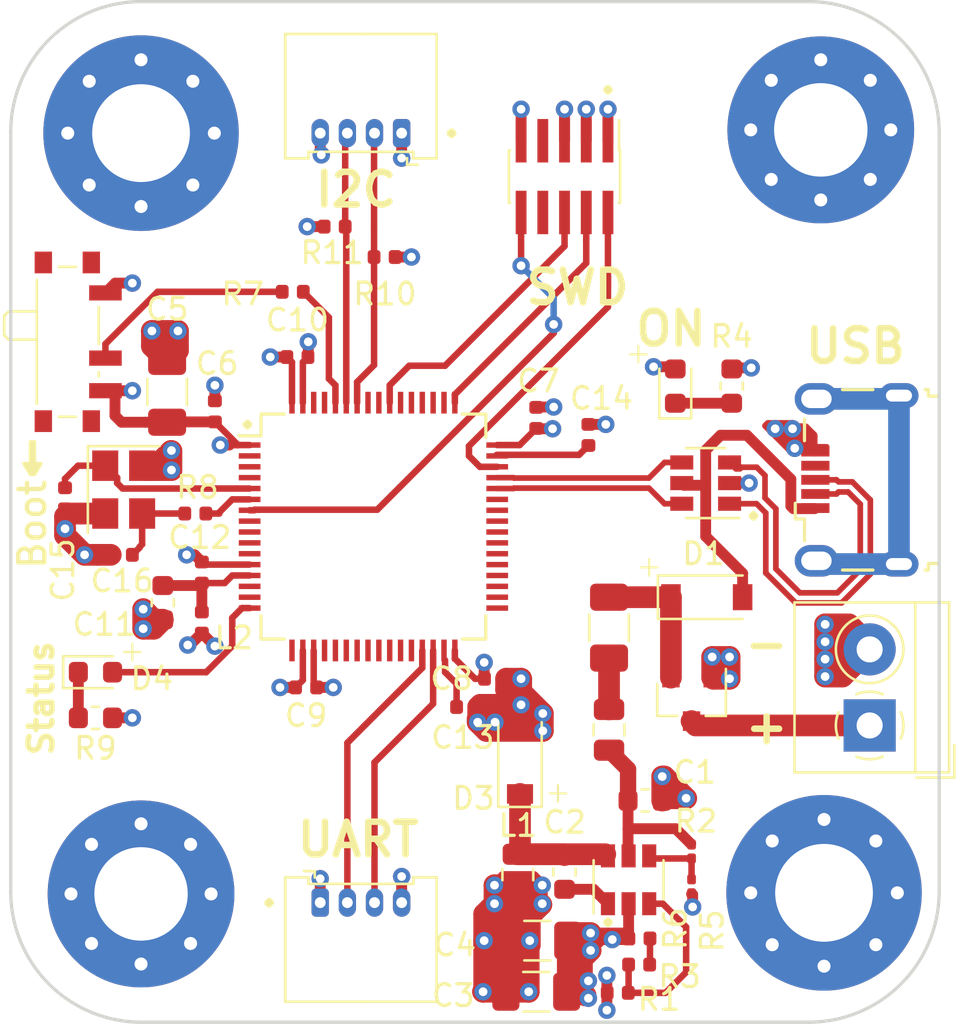
<source format=kicad_pcb>
(kicad_pcb (version 20171130) (host pcbnew "(5.0.1)-4")
  (layers (0 F.Cu signal) (1 In1.Cu power) (2 In2.Cu power) (31 B.Cu signal) (34 B.Paste user) (35 F.Paste user) (36 B.SilkS user) (37 F.SilkS user) (38 B.Mask user) (39 F.Mask user) (44 Edge.Cuts user))
  (net 0 "")
  (net 1 GND)
  (net 2 BUCK_IN)
  (net 3 BUCK_SW)
  (net 4 BUCK_BST)
  (net 5 +3V3)
  (net 6 +3.3VA)
  (net 7 "Net-(C13-Pad1)")
  (net 8 "Net-(C14-Pad1)")
  (net 9 HSE_in)
  (net 10 "Net-(C16-Pad1)")
  (net 11 "Net-(D1-Pad1)")
  (net 12 VBUS)
  (net 13 "Net-(D2-Pad1)")
  (net 14 "Net-(D4-Pad1)")
  (net 15 LED_STATUS)
  (net 16 "Net-(F1-Pad1)")
  (net 17 +12V)
  (net 18 SWDIO)
  (net 19 SWCLK)
  (net 20 SWO)
  (net 21 "Net-(J1-Pad7)")
  (net 22 "Net-(J1-Pad8)")
  (net 23 NRST)
  (net 24 UART3_TX)
  (net 25 UART3_RX)
  (net 26 I2C1_SDA)
  (net 27 I2C1_SCL)
  (net 28 USB_CONN_D+)
  (net 29 USB_CONN_D-)
  (net 30 "Net-(J5-Pad4)")
  (net 31 "Net-(J5-Pad6)")
  (net 32 BUCK_FB)
  (net 33 BUCK_EN)
  (net 34 "Net-(R3-Pad2)")
  (net 35 "Net-(R7-Pad2)")
  (net 36 BOOT0)
  (net 37 HSE_out)
  (net 38 USB_D+)
  (net 39 USB_D-)
  (net 40 "Net-(U3-Pad2)")
  (net 41 "Net-(U3-Pad3)")
  (net 42 "Net-(U3-Pad4)")
  (net 43 "Net-(U3-Pad8)")
  (net 44 "Net-(U3-Pad9)")
  (net 45 "Net-(U3-Pad10)")
  (net 46 "Net-(U3-Pad11)")
  (net 47 "Net-(U3-Pad14)")
  (net 48 "Net-(U3-Pad15)")
  (net 49 "Net-(U3-Pad17)")
  (net 50 "Net-(U3-Pad20)")
  (net 51 "Net-(U3-Pad21)")
  (net 52 "Net-(U3-Pad22)")
  (net 53 "Net-(U3-Pad23)")
  (net 54 "Net-(U3-Pad24)")
  (net 55 "Net-(U3-Pad25)")
  (net 56 "Net-(U3-Pad26)")
  (net 57 "Net-(U3-Pad27)")
  (net 58 "Net-(U3-Pad28)")
  (net 59 "Net-(U3-Pad33)")
  (net 60 "Net-(U3-Pad34)")
  (net 61 "Net-(U3-Pad35)")
  (net 62 "Net-(U3-Pad36)")
  (net 63 "Net-(U3-Pad37)")
  (net 64 "Net-(U3-Pad38)")
  (net 65 "Net-(U3-Pad39)")
  (net 66 "Net-(U3-Pad40)")
  (net 67 "Net-(U3-Pad41)")
  (net 68 "Net-(U3-Pad42)")
  (net 69 "Net-(U3-Pad43)")
  (net 70 "Net-(U3-Pad50)")
  (net 71 "Net-(U3-Pad51)")
  (net 72 "Net-(U3-Pad52)")
  (net 73 "Net-(U3-Pad53)")
  (net 74 "Net-(U3-Pad54)")
  (net 75 "Net-(U3-Pad56)")
  (net 76 "Net-(U3-Pad57)")
  (net 77 "Net-(U3-Pad61)")
  (net 78 "Net-(U3-Pad62)")
  (module Inductor_SMD:L_0805_2012Metric (layer F.Cu) (at 130.35 86.1125 270)
    (fp_text reference L1 (at -2.2625 0) (layer F.SilkS))
    (fp_text value 10u)
    (pad 1 smd roundrect (at -0.9375 0 270) (size 0.975 1.4) (layers F.Cu F.Paste F.Mask) (net 3 BUCK_SW))
    (pad 2 smd roundrect (at 0.9375 0 270) (size 0.975 1.4) (layers F.Cu F.Paste F.Mask) (net 5 +3V3))
  )
  (module Connector_USB:USB_Micro-B_Wuerth_629105150521 (layer F.Cu) (at 145.95 67.95 90)
    (fp_text reference J5)
    (fp_text value USB_B_Micro)
    (pad 1 smd rect (at -1.3 -1.9 90) (size 0.45 1.3) (layers F.Cu F.Paste F.Mask) (net 12 VBUS))
    (pad 2 smd rect (at -0.65 -1.9 90) (size 0.45 1.3) (layers F.Cu F.Paste F.Mask) (net 28 USB_CONN_D+))
    (pad 3 smd rect (at 0 -1.9 90) (size 0.45 1.3) (layers F.Cu F.Paste F.Mask) (net 29 USB_CONN_D-))
    (pad 4 smd rect (at 0.65 -1.9 90) (size 0.45 1.3) (layers F.Cu F.Paste F.Mask) (net 30 "Net-(J5-Pad4)"))
    (pad 5 smd rect (at 1.3 -1.9 90) (size 0.45 1.3) (layers F.Cu F.Paste F.Mask) (net 1 GND))
    (pad 6 thru_hole oval (at -3.725 -1.85 90) (size 1.45 2) (drill oval 0.85 1.4) (layers *.Cu *.Mask) (net 31 "Net-(J5-Pad6)"))
    (pad 6 thru_hole oval (at 3.725 -1.85 90) (size 1.45 2) (drill oval 0.85 1.4) (layers *.Cu *.Mask) (net 31 "Net-(J5-Pad6)"))
    (pad 6 thru_hole oval (at -3.875 1.95 90) (size 1.15 1.8) (drill oval 0.55 1.2) (layers *.Cu *.Mask) (net 31 "Net-(J5-Pad6)"))
    (pad 6 thru_hole oval (at 3.875 1.95 90) (size 1.15 1.8) (drill oval 0.55 1.2) (layers *.Cu *.Mask) (net 31 "Net-(J5-Pad6)"))
    (pad "" np_thru_hole oval (at -2.5 -0.8 90) (size 0.8 0.8) (drill 0.8) (layers *.Cu *.Mask))
    (pad "" np_thru_hole oval (at 2.5 -0.8 90) (size 0.8 0.8) (drill 0.8) (layers *.Cu *.Mask))
  )
  (module Resistor_SMD:R_0603_1608Metric (layer F.Cu) (at 140.2 63.6375 90)
    (fp_text reference R4 (at 2.2875 0 180) (layer F.SilkS))
    (fp_text value 1k5)
    (pad 1 smd roundrect (at -0.7875 0 90) (size 0.875 0.95) (layers F.Cu F.Paste F.Mask) (net 13 "Net-(D2-Pad1)"))
    (pad 2 smd roundrect (at 0.7875 0 90) (size 0.875 0.95) (layers F.Cu F.Paste F.Mask) (net 1 GND))
  )
  (module Resistor_SMD:R_0402_1005Metric (layer F.Cu) (at 134.95 91.55)
    (fp_text reference R1 (at 1.9 0.3 180) (layer F.SilkS))
    (fp_text value 47k)
    (pad 1 smd roundrect (at -0.485 0) (size 0.59 0.64) (layers F.Cu F.Paste F.Mask) (net 5 +3V3))
    (pad 2 smd roundrect (at 0.485 0) (size 0.59 0.64) (layers F.Cu F.Paste F.Mask) (net 32 BUCK_FB))
  )
  (module Resistor_SMD:R_0402_1005Metric (layer F.Cu) (at 135.935 90.25)
    (fp_text reference R3 (at 1.865 0.55 180) (layer F.SilkS))
    (fp_text value 15k)
    (pad 1 smd roundrect (at -0.485 0) (size 0.59 0.64) (layers F.Cu F.Paste F.Mask) (net 32 BUCK_FB))
    (pad 2 smd roundrect (at 0.485 0) (size 0.59 0.64) (layers F.Cu F.Paste F.Mask) (net 34 "Net-(R3-Pad2)"))
  )
  (module Resistor_SMD:R_0402_1005Metric (layer F.Cu) (at 135.95 89.05 180)
    (fp_text reference R6 (at -1.65 0.45 90) (layer F.SilkS))
    (fp_text value 270)
    (pad 1 smd roundrect (at -0.485 0 180) (size 0.59 0.64) (layers F.Cu F.Paste F.Mask) (net 34 "Net-(R3-Pad2)"))
    (pad 2 smd roundrect (at 0.485 0 180) (size 0.59 0.64) (layers F.Cu F.Paste F.Mask) (net 1 GND))
  )
  (module Capacitor_SMD:C_0402_1005Metric (layer F.Cu) (at 115.8 72.215 90)
    (fp_text reference C12 (at 1.615 -0.1 180) (layer F.SilkS))
    (fp_text value 10n)
    (pad 1 smd roundrect (at -0.485 0 90) (size 0.59 0.64) (layers F.Cu F.Paste F.Mask) (net 6 +3.3VA))
    (pad 2 smd roundrect (at 0.485 0 90) (size 0.59 0.64) (layers F.Cu F.Paste F.Mask) (net 1 GND))
  )
  (module Capacitor_SMD:C_0402_1005Metric (layer F.Cu) (at 133.6 65.885 90)
    (fp_text reference C14 (at 1.685 0.6) (layer F.SilkS))
    (fp_text value 2u2)
    (pad 1 smd roundrect (at -0.485 0 90) (size 0.59 0.64) (layers F.Cu F.Paste F.Mask) (net 8 "Net-(C14-Pad1)"))
    (pad 2 smd roundrect (at 0.485 0 90) (size 0.59 0.64) (layers F.Cu F.Paste F.Mask) (net 1 GND))
  )
  (module Capacitor_SMD:C_0402_1005Metric (layer F.Cu) (at 128.015 78.4)
    (fp_text reference C13 (at -0.2 1.4 -180) (layer F.SilkS))
    (fp_text value 2u2)
    (pad 2 smd roundrect (at 0.485 0) (size 0.59 0.64) (layers F.Cu F.Paste F.Mask) (net 1 GND))
    (pad 1 smd roundrect (at -0.485 0) (size 0.59 0.64) (layers F.Cu F.Paste F.Mask) (net 7 "Net-(C13-Pad1)"))
  )
  (module Capacitor_SMD:C_0402_1005Metric (layer F.Cu) (at 116.4 64.8 90)
    (fp_text reference C6 (at 2.2 0.1 180) (layer F.SilkS))
    (fp_text value 100n)
    (pad 1 smd roundrect (at -0.485 0 90) (size 0.59 0.64) (layers F.Cu F.Paste F.Mask) (net 5 +3V3))
    (pad 2 smd roundrect (at 0.485 0 90) (size 0.59 0.64) (layers F.Cu F.Paste F.Mask) (net 1 GND))
  )
  (module Capacitor_SMD:C_0402_1005Metric (layer F.Cu) (at 131.2 65.1 90)
    (fp_text reference C7 (at 1.7 0.1) (layer F.SilkS))
    (fp_text value 100n)
    (pad 2 smd roundrect (at 0.485 0 90) (size 0.59 0.64) (layers F.Cu F.Paste F.Mask) (net 1 GND))
    (pad 1 smd roundrect (at -0.485 0 90) (size 0.59 0.64) (layers F.Cu F.Paste F.Mask) (net 5 +3V3))
  )
  (module Capacitor_SMD:C_0402_1005Metric (layer F.Cu) (at 129.3 77.1)
    (fp_text reference C8 (at -2 0) (layer F.SilkS))
    (fp_text value 100n)
    (pad 1 smd roundrect (at -0.485 0) (size 0.59 0.64) (layers F.Cu F.Paste F.Mask) (net 5 +3V3))
    (pad 2 smd roundrect (at 0.485 0) (size 0.59 0.64) (layers F.Cu F.Paste F.Mask) (net 1 GND))
  )
  (module Capacitor_SMD:C_0402_1005Metric (layer F.Cu) (at 120.6 77.5 180)
    (fp_text reference C9 (at 0 -1.3 180) (layer F.SilkS))
    (fp_text value 100n)
    (pad 2 smd roundrect (at 0.485 0 180) (size 0.59 0.64) (layers F.Cu F.Paste F.Mask) (net 1 GND))
    (pad 1 smd roundrect (at -0.485 0 180) (size 0.59 0.64) (layers F.Cu F.Paste F.Mask) (net 5 +3V3))
  )
  (module Capacitor_SMD:C_0402_1005Metric (layer F.Cu) (at 120.2 62.3)
    (fp_text reference C10 (at 0 -1.7) (layer F.SilkS))
    (fp_text value 100n)
    (pad 1 smd roundrect (at -0.485 0) (size 0.59 0.64) (layers F.Cu F.Paste F.Mask) (net 5 +3V3))
    (pad 2 smd roundrect (at 0.485 0) (size 0.59 0.64) (layers F.Cu F.Paste F.Mask) (net 1 GND))
  )
  (module Capacitor_SMD:C_0603_1608Metric (layer F.Cu) (at 114 73.6 270)
    (fp_text reference C11 (at 1 2.7) (layer F.SilkS))
    (fp_text value 1u)
    (pad 2 smd roundrect (at 0.7875 0 270) (size 0.875 0.95) (layers F.Cu F.Paste F.Mask) (net 1 GND))
    (pad 1 smd roundrect (at -0.7875 0 270) (size 0.875 0.95) (layers F.Cu F.Paste F.Mask) (net 6 +3.3VA))
  )
  (module Capacitor_SMD:C_0402_1005Metric (layer F.Cu) (at 112.115 71.4 180)
    (fp_text reference C16 (at -0.015 -1.2) (layer F.SilkS))
    (fp_text value 12p)
    (pad 2 smd roundrect (at 0.485 0 180) (size 0.59 0.64) (layers F.Cu F.Paste F.Mask) (net 1 GND))
    (pad 1 smd roundrect (at -0.485 0 180) (size 0.59 0.64) (layers F.Cu F.Paste F.Mask) (net 10 "Net-(C16-Pad1)"))
  )
  (module Capacitor_SMD:C_0402_1005Metric (layer F.Cu) (at 109.5 68.8 270)
    (fp_text reference C15 (at 3.3 0.1 90) (layer F.SilkS))
    (fp_text value 12p)
    (pad 1 smd roundrect (at -0.485 0 270) (size 0.59 0.64) (layers F.Cu F.Paste F.Mask) (net 9 HSE_in))
    (pad 2 smd roundrect (at 0.485 0 270) (size 0.59 0.64) (layers F.Cu F.Paste F.Mask) (net 1 GND))
  )
  (module Capacitor_SMD:C_0603_1608Metric (layer F.Cu) (at 136.2125 82.7)
    (fp_text reference C1 (at 2.2875 -1.3 180) (layer F.SilkS))
    (fp_text value 10u)
    (pad 2 smd roundrect (at 0.7875 0) (size 0.875 0.95) (layers F.Cu F.Paste F.Mask) (net 1 GND))
    (pad 1 smd roundrect (at -0.7875 0) (size 0.875 0.95) (layers F.Cu F.Paste F.Mask) (net 2 BUCK_IN))
  )
  (module Capacitor_SMD:C_0603_1608Metric (layer F.Cu) (at 132.5 86 270)
    (fp_text reference C2 (at -2.3 0) (layer F.SilkS))
    (fp_text value 100n)
    (pad 1 smd roundrect (at -0.7875 0 270) (size 0.875 0.95) (layers F.Cu F.Paste F.Mask) (net 3 BUCK_SW))
    (pad 2 smd roundrect (at 0.7875 0 270) (size 0.875 0.95) (layers F.Cu F.Paste F.Mask) (net 4 BUCK_BST))
  )
  (module Capacitor_SMD:C_1206_3216Metric (layer F.Cu) (at 131.2 91.5)
    (fp_text reference C3 (at -3.825 0.175) (layer F.SilkS))
    (fp_text value 22u)
    (pad 1 smd roundrect (at -1.4 0) (size 1.25 1.75) (layers F.Cu F.Paste F.Mask) (roundrect_rratio 0.2) (net 5 +3V3))
    (pad 2 smd roundrect (at 1.4 0) (size 1.25 1.75) (layers F.Cu F.Paste F.Mask) (roundrect_rratio 0.2) (net 1 GND))
  )
  (module Capacitor_SMD:C_1206_3216Metric (layer F.Cu) (at 131.25 89.15)
    (fp_text reference C4 (at -3.8 0.2) (layer F.SilkS))
    (fp_text value 22u)
    (pad 1 smd roundrect (at -1.4 0) (size 1.25 1.75) (layers F.Cu F.Paste F.Mask) (roundrect_rratio 0.2) (net 5 +3V3))
    (pad 2 smd roundrect (at 1.4 0) (size 1.25 1.75) (layers F.Cu F.Paste F.Mask) (roundrect_rratio 0.2) (net 1 GND))
  )
  (module Capacitor_SMD:C_1206_3216Metric (layer F.Cu) (at 114.2 63.9 90)
    (fp_text reference C5 (at 3.8 0 180) (layer F.SilkS))
    (fp_text value 4u7)
    (pad 2 smd roundrect (at 1.4 0 90) (size 1.25 1.75) (layers F.Cu F.Paste F.Mask) (roundrect_rratio 0.2) (net 1 GND))
    (pad 1 smd roundrect (at -1.4 0 90) (size 1.25 1.75) (layers F.Cu F.Paste F.Mask) (roundrect_rratio 0.2) (net 5 +3V3))
  )
  (module Diode_SMD:D_SOD-123 (layer F.Cu) (at 139.05 73.35)
    (fp_text reference D1 (at -0.15 -2 180) (layer F.SilkS))
    (fp_text value B5189W)
    (pad 1 smd rect (at -1.65 0) (size 0.9 1.2) (layers F.Cu F.Paste F.Mask) (net 11 "Net-(D1-Pad1)"))
    (pad 2 smd rect (at 1.65 0) (size 0.9 1.2) (layers F.Cu F.Paste F.Mask) (net 12 VBUS))
  )
  (module LED_SMD:LED_0603_1608Metric (layer F.Cu) (at 137.6 63.6375 90)
    (fp_text reference D2)
    (fp_text value RED)
    (pad 2 smd roundrect (at 0.7875 0 90) (size 0.875 0.95) (layers F.Cu F.Paste F.Mask) (net 5 +3V3))
    (pad 1 smd roundrect (at -0.7875 0 90) (size 0.875 0.95) (layers F.Cu F.Paste F.Mask) (net 13 "Net-(D2-Pad1)"))
  )
  (module Diode_SMD:D_SOD-123 (layer F.Cu) (at 130.45 80.75 90)
    (fp_text reference D3 (at -1.85 -2.14 180) (layer F.SilkS))
    (fp_text value B5819W)
    (pad 2 smd rect (at 1.65 0 90) (size 0.9 1.2) (layers F.Cu F.Paste F.Mask) (net 1 GND))
    (pad 1 smd rect (at -1.65 0 90) (size 0.9 1.2) (layers F.Cu F.Paste F.Mask) (net 3 BUCK_SW))
  )
  (module LED_SMD:LED_0603_1608Metric (layer F.Cu) (at 110.9 76.8)
    (fp_text reference D4 (at 2.6 0.3) (layer F.SilkS))
    (fp_text value BLUE)
    (pad 1 smd roundrect (at -0.7875 0) (size 0.875 0.95) (layers F.Cu F.Paste F.Mask) (net 14 "Net-(D4-Pad1)"))
    (pad 2 smd roundrect (at 0.7875 0) (size 0.875 0.95) (layers F.Cu F.Paste F.Mask) (net 15 LED_STATUS))
  )
  (module Fuse:Fuse_1206_3216Metric (layer F.Cu) (at 134.55 74.75 90)
    (fp_text reference F1)
    (fp_text value 250mA)
    (pad 2 smd roundrect (at 1.4 0 90) (size 1.25 1.75) (layers F.Cu F.Paste F.Mask) (roundrect_rratio 0.2) (net 11 "Net-(D1-Pad1)"))
    (pad 1 smd roundrect (at -1.4 0 90) (size 1.25 1.75) (layers F.Cu F.Paste F.Mask) (roundrect_rratio 0.2) (net 16 "Net-(F1-Pad1)"))
  )
  (module Inductor_SMD:L_0805_2012Metric (layer F.Cu) (at 134.55 79.45 270)
    (fp_text reference FB1)
    (fp_text value "600 @ 600MHz")
    (pad 1 smd roundrect (at -0.9375 0 270) (size 0.975 1.4) (layers F.Cu F.Paste F.Mask) (net 16 "Net-(F1-Pad1)"))
    (pad 2 smd roundrect (at 0.9375 0 270) (size 0.975 1.4) (layers F.Cu F.Paste F.Mask) (net 2 BUCK_IN))
  )
  (module MountingHole:MountingHole_4.3mm_M4_Pad_Via (layer F.Cu) (at 113 87)
    (fp_text reference H1)
    (fp_text value MountingHole_Pad)
    (pad 1 thru_hole circle (at 2.280419 -2.280419) (size 0.9 0.9) (drill 0.6) (layers *.Cu *.Mask) (net 1 GND))
    (pad 1 thru_hole circle (at 0 -3.225) (size 0.9 0.9) (drill 0.6) (layers *.Cu *.Mask) (net 1 GND))
    (pad 1 thru_hole circle (at -2.280419 -2.280419) (size 0.9 0.9) (drill 0.6) (layers *.Cu *.Mask) (net 1 GND))
    (pad 1 thru_hole circle (at -3.225 0) (size 0.9 0.9) (drill 0.6) (layers *.Cu *.Mask) (net 1 GND))
    (pad 1 thru_hole circle (at -2.280419 2.280419) (size 0.9 0.9) (drill 0.6) (layers *.Cu *.Mask) (net 1 GND))
    (pad 1 thru_hole circle (at 0 3.225) (size 0.9 0.9) (drill 0.6) (layers *.Cu *.Mask) (net 1 GND))
    (pad 1 thru_hole circle (at 2.280419 2.280419) (size 0.9 0.9) (drill 0.6) (layers *.Cu *.Mask) (net 1 GND))
    (pad 1 thru_hole circle (at 3.225 0) (size 0.9 0.9) (drill 0.6) (layers *.Cu *.Mask) (net 1 GND))
    (pad 1 thru_hole circle (at 0 0) (size 8.6 8.6) (drill 4.3) (layers *.Cu *.Mask) (net 1 GND))
  )
  (module MountingHole:MountingHole_4.3mm_M4_Pad_Via (layer F.Cu) (at 144.3 51.85)
    (fp_text reference H2)
    (fp_text value MountingHole_Pad)
    (pad 1 thru_hole circle (at 2.280419 -2.280419) (size 0.9 0.9) (drill 0.6) (layers *.Cu *.Mask) (net 1 GND))
    (pad 1 thru_hole circle (at 0 -3.225) (size 0.9 0.9) (drill 0.6) (layers *.Cu *.Mask) (net 1 GND))
    (pad 1 thru_hole circle (at -2.280419 -2.280419) (size 0.9 0.9) (drill 0.6) (layers *.Cu *.Mask) (net 1 GND))
    (pad 1 thru_hole circle (at -3.225 0) (size 0.9 0.9) (drill 0.6) (layers *.Cu *.Mask) (net 1 GND))
    (pad 1 thru_hole circle (at -2.280419 2.280419) (size 0.9 0.9) (drill 0.6) (layers *.Cu *.Mask) (net 1 GND))
    (pad 1 thru_hole circle (at 0 3.225) (size 0.9 0.9) (drill 0.6) (layers *.Cu *.Mask) (net 1 GND))
    (pad 1 thru_hole circle (at 2.280419 2.280419) (size 0.9 0.9) (drill 0.6) (layers *.Cu *.Mask) (net 1 GND))
    (pad 1 thru_hole circle (at 3.225 0) (size 0.9 0.9) (drill 0.6) (layers *.Cu *.Mask) (net 1 GND))
    (pad 1 thru_hole circle (at 0 0) (size 8.6 8.6) (drill 4.3) (layers *.Cu *.Mask) (net 1 GND))
  )
  (module MountingHole:MountingHole_4.5mm_Pad_Via (layer F.Cu) (at 113 52)
    (fp_text reference H3)
    (fp_text value MountingHole_Pad)
    (pad 1 thru_hole circle (at 0 0) (size 9 9) (drill 4.5) (layers *.Cu *.Mask) (net 1 GND))
    (pad 1 thru_hole circle (at 3.375 0) (size 0.9 0.9) (drill 0.6) (layers *.Cu *.Mask) (net 1 GND))
    (pad 1 thru_hole circle (at 2.386485 2.386485) (size 0.9 0.9) (drill 0.6) (layers *.Cu *.Mask) (net 1 GND))
    (pad 1 thru_hole circle (at 0 3.375) (size 0.9 0.9) (drill 0.6) (layers *.Cu *.Mask) (net 1 GND))
    (pad 1 thru_hole circle (at -2.386485 2.386485) (size 0.9 0.9) (drill 0.6) (layers *.Cu *.Mask) (net 1 GND))
    (pad 1 thru_hole circle (at -3.375 0) (size 0.9 0.9) (drill 0.6) (layers *.Cu *.Mask) (net 1 GND))
    (pad 1 thru_hole circle (at -2.386485 -2.386485) (size 0.9 0.9) (drill 0.6) (layers *.Cu *.Mask) (net 1 GND))
    (pad 1 thru_hole circle (at 0 -3.375) (size 0.9 0.9) (drill 0.6) (layers *.Cu *.Mask) (net 1 GND))
    (pad 1 thru_hole circle (at 2.386485 -2.386485) (size 0.9 0.9) (drill 0.6) (layers *.Cu *.Mask) (net 1 GND))
  )
  (module MountingHole:MountingHole_4.5mm_Pad_Via (layer F.Cu) (at 144.45 86.95)
    (fp_text reference H4)
    (fp_text value MountingHole_Pad)
    (pad 1 thru_hole circle (at 2.386485 -2.386485) (size 0.9 0.9) (drill 0.6) (layers *.Cu *.Mask) (net 1 GND))
    (pad 1 thru_hole circle (at 0 -3.375) (size 0.9 0.9) (drill 0.6) (layers *.Cu *.Mask) (net 1 GND))
    (pad 1 thru_hole circle (at -2.386485 -2.386485) (size 0.9 0.9) (drill 0.6) (layers *.Cu *.Mask) (net 1 GND))
    (pad 1 thru_hole circle (at -3.375 0) (size 0.9 0.9) (drill 0.6) (layers *.Cu *.Mask) (net 1 GND))
    (pad 1 thru_hole circle (at -2.386485 2.386485) (size 0.9 0.9) (drill 0.6) (layers *.Cu *.Mask) (net 1 GND))
    (pad 1 thru_hole circle (at 0 3.375) (size 0.9 0.9) (drill 0.6) (layers *.Cu *.Mask) (net 1 GND))
    (pad 1 thru_hole circle (at 2.386485 2.386485) (size 0.9 0.9) (drill 0.6) (layers *.Cu *.Mask) (net 1 GND))
    (pad 1 thru_hole circle (at 3.375 0) (size 0.9 0.9) (drill 0.6) (layers *.Cu *.Mask) (net 1 GND))
    (pad 1 thru_hole circle (at 0 0) (size 9 9) (drill 4.5) (layers *.Cu *.Mask) (net 1 GND))
  )
  (module Connector_PinHeader_1.00mm:PinHeader_2x05_P1.00mm_Vertical_SMD (layer F.Cu) (at 132.5 54 270)
    (fp_text reference J1)
    (fp_text value "SWD Connector")
    (pad 1 smd rect (at -1.65 -2 270) (size 2 0.5) (layers F.Cu F.Paste F.Mask) (net 5 +3V3))
    (pad 2 smd rect (at 1.65 -2 270) (size 2 0.5) (layers F.Cu F.Paste F.Mask) (net 18 SWDIO))
    (pad 3 smd rect (at -1.65 -1 270) (size 2 0.5) (layers F.Cu F.Paste F.Mask) (net 1 GND))
    (pad 4 smd rect (at 1.65 -1 270) (size 2 0.5) (layers F.Cu F.Paste F.Mask) (net 19 SWCLK))
    (pad 5 smd rect (at -1.65 0 270) (size 2 0.5) (layers F.Cu F.Paste F.Mask) (net 1 GND))
    (pad 6 smd rect (at 1.65 0 270) (size 2 0.5) (layers F.Cu F.Paste F.Mask) (net 20 SWO))
    (pad 7 smd rect (at -1.65 1 270) (size 2 0.5) (layers F.Cu F.Paste F.Mask) (net 21 "Net-(J1-Pad7)"))
    (pad 8 smd rect (at 1.65 1 270) (size 2 0.5) (layers F.Cu F.Paste F.Mask) (net 22 "Net-(J1-Pad8)"))
    (pad 9 smd rect (at -1.65 2 270) (size 2 0.5) (layers F.Cu F.Paste F.Mask) (net 1 GND))
    (pad 10 smd rect (at 1.65 2 270) (size 2 0.5) (layers F.Cu F.Paste F.Mask) (net 23 NRST))
  )
  (module TerminalBlock_4Ucon:TerminalBlock_4Ucon_1x02_P3.50mm_Horizontal (layer F.Cu) (at 146.55 79.25 90)
    (fp_text reference J2)
    (fp_text value "12V Connector")
    (pad 1 thru_hole rect (at 0 0 90) (size 2.4 2.4) (drill 1.2) (layers *.Cu *.Mask) (net 17 +12V))
    (pad 2 thru_hole circle (at 3.5 0 90) (size 2.4 2.4) (drill 1.2) (layers *.Cu *.Mask) (net 1 GND))
  )
  (module Connector_Molex:Molex_PicoBlade_53048-0810_1x04_P1.25mm_Horizontal (layer F.Cu) (at 121.25 87.4)
    (fp_text reference J3)
    (fp_text value UART_Connection)
    (pad 1 thru_hole roundrect (at 0 0) (size 0.8 1.3) (drill 0.5) (layers *.Cu *.Mask) (net 5 +3V3))
    (pad 2 thru_hole oval (at 1.25 0) (size 0.8 1.3) (drill 0.5) (layers *.Cu *.Mask) (net 24 UART3_TX))
    (pad 3 thru_hole oval (at 2.5 0) (size 0.8 1.3) (drill 0.5) (layers *.Cu *.Mask) (net 25 UART3_RX))
    (pad 4 thru_hole oval (at 3.75 0) (size 0.8 1.3) (drill 0.5) (layers *.Cu *.Mask) (net 1 GND))
  )
  (module Connector_Molex:Molex_PicoBlade_53048-0810_1x04_P1.25mm_Horizontal (layer F.Cu) (at 125 52 180)
    (fp_text reference J4)
    (fp_text value I2C1_Connector)
    (pad 4 thru_hole oval (at 3.75 0 180) (size 0.8 1.3) (drill 0.5) (layers *.Cu *.Mask) (net 1 GND))
    (pad 3 thru_hole oval (at 2.5 0 180) (size 0.8 1.3) (drill 0.5) (layers *.Cu *.Mask) (net 26 I2C1_SDA))
    (pad 2 thru_hole oval (at 1.25 0 180) (size 0.8 1.3) (drill 0.5) (layers *.Cu *.Mask) (net 27 I2C1_SCL))
    (pad 1 thru_hole roundrect (at 0 0 180) (size 0.8 1.3) (drill 0.5) (layers *.Cu *.Mask) (net 5 +3V3))
  )
  (module Inductor_SMD:L_0402_1005Metric (layer F.Cu) (at 115.8 74.515 90)
    (fp_text reference L2 (at -0.705 1.47 180) (layer F.SilkS))
    (fp_text value 39n)
    (pad 1 smd roundrect (at -0.485 0 90) (size 0.59 0.64) (layers F.Cu F.Paste F.Mask) (net 5 +3V3))
    (pad 2 smd roundrect (at 0.485 0 90) (size 0.59 0.64) (layers F.Cu F.Paste F.Mask) (net 6 +3.3VA))
  )
  (module Package_TO_SOT_SMD:SOT-23 (layer F.Cu) (at 138.35 78.05 270)
    (fp_text reference Q1)
    (fp_text value BSS83P)
    (pad 1 smd rect (at -1 -0.95 270) (size 0.9 0.8) (layers F.Cu F.Paste F.Mask) (net 1 GND))
    (pad 2 smd rect (at -1 0.95 270) (size 0.9 0.8) (layers F.Cu F.Paste F.Mask) (net 11 "Net-(D1-Pad1)"))
    (pad 3 smd rect (at 1 0 270) (size 0.9 0.8) (layers F.Cu F.Paste F.Mask) (net 17 +12V))
  )
  (module Resistor_SMD:R_0201_0603Metric (layer F.Cu) (at 138.35 85.05 270)
    (fp_text reference R2 (at -1.4 -0.2 180) (layer F.SilkS))
    (fp_text value 100K)
    (pad 1 smd roundrect (at -0.32 0 270) (size 0.46 0.4) (layers F.Cu F.Mask) (net 2 BUCK_IN))
    (pad 2 smd roundrect (at 0.32 0 270) (size 0.46 0.4) (layers F.Cu F.Mask) (net 33 BUCK_EN))
  )
  (module Resistor_SMD:R_0201_0603Metric (layer F.Cu) (at 138.35 86.65 270)
    (fp_text reference R5 (at 2.05 -0.95 90) (layer F.SilkS))
    (fp_text value 68K)
    (pad 2 smd roundrect (at 0.32 0 270) (size 0.46 0.4) (layers F.Cu F.Mask) (net 1 GND))
    (pad 1 smd roundrect (at -0.32 0 270) (size 0.46 0.4) (layers F.Cu F.Mask) (net 33 BUCK_EN))
  )
  (module Resistor_SMD:R_0402_1005Metric (layer F.Cu) (at 119.985 59.3 180)
    (fp_text reference R7 (at 2.3 -0.1 180) (layer F.SilkS))
    (fp_text value 10k)
    (pad 2 smd roundrect (at 0.485 0 180) (size 0.59 0.64) (layers F.Cu F.Paste F.Mask) (net 35 "Net-(R7-Pad2)"))
    (pad 1 smd roundrect (at -0.485 0 180) (size 0.59 0.64) (layers F.Cu F.Paste F.Mask) (net 36 BOOT0))
  )
  (module Resistor_SMD:R_0402_1005Metric (layer F.Cu) (at 115.5 69.5 180)
    (fp_text reference R8 (at -0.1 1.2) (layer F.SilkS))
    (fp_text value 47)
    (pad 1 smd roundrect (at -0.485 0 180) (size 0.59 0.64) (layers F.Cu F.Paste F.Mask) (net 37 HSE_out))
    (pad 2 smd roundrect (at 0.485 0 180) (size 0.59 0.64) (layers F.Cu F.Paste F.Mask) (net 10 "Net-(C16-Pad1)"))
  )
  (module Resistor_SMD:R_0603_1608Metric (layer F.Cu) (at 110.9 78.9)
    (fp_text reference R9 (at 0 1.4) (layer F.SilkS))
    (fp_text value 1k5)
    (pad 1 smd roundrect (at -0.7875 0) (size 0.875 0.95) (layers F.Cu F.Paste F.Mask) (net 14 "Net-(D4-Pad1)"))
    (pad 2 smd roundrect (at 0.7875 0) (size 0.875 0.95) (layers F.Cu F.Paste F.Mask) (net 1 GND))
  )
  (module Resistor_SMD:R_0402_1005Metric (layer F.Cu) (at 124.215 57.7 180)
    (fp_text reference R10 (at -0.015 -1.7 180) (layer F.SilkS))
    (fp_text value 2k2)
    (pad 2 smd roundrect (at 0.485 0 180) (size 0.59 0.64) (layers F.Cu F.Paste F.Mask) (net 27 I2C1_SCL))
    (pad 1 smd roundrect (at -0.485 0 180) (size 0.59 0.64) (layers F.Cu F.Paste F.Mask) (net 5 +3V3))
  )
  (module Resistor_SMD:R_0402_1005Metric (layer F.Cu) (at 121.915 56.3)
    (fp_text reference R11 (at -0.115 1.2) (layer F.SilkS))
    (fp_text value 2k2)
    (pad 1 smd roundrect (at -0.485 0) (size 0.59 0.64) (layers F.Cu F.Paste F.Mask) (net 5 +3V3))
    (pad 2 smd roundrect (at 0.485 0) (size 0.59 0.64) (layers F.Cu F.Paste F.Mask) (net 26 I2C1_SDA))
  )
  (module Button_Switch_SMD:SW_SPDT_PCM12 (layer F.Cu) (at 109.93 61.6 270)
    (fp_text reference SW1)
    (fp_text value SW_SPDT)
    (pad "" np_thru_hole circle (at -1.5 0.33 270) (size 0.9 0.9) (drill 0.9) (layers *.Cu *.Mask))
    (pad "" np_thru_hole circle (at 1.5 0.33 270) (size 0.9 0.9) (drill 0.9) (layers *.Cu *.Mask))
    (pad 1 smd rect (at -2.25 -1.43 270) (size 0.7 1.5) (layers F.Cu F.Paste F.Mask) (net 1 GND))
    (pad 2 smd rect (at 0.75 -1.43 270) (size 0.7 1.5) (layers F.Cu F.Paste F.Mask) (net 35 "Net-(R7-Pad2)"))
    (pad 3 smd rect (at 2.25 -1.43 270) (size 0.7 1.5) (layers F.Cu F.Paste F.Mask) (net 5 +3V3))
    (pad "" smd rect (at -3.65 1.43 270) (size 1 0.8) (layers F.Cu F.Paste F.Mask))
    (pad "" smd rect (at 3.65 1.43 270) (size 1 0.8) (layers F.Cu F.Paste F.Mask))
    (pad "" smd rect (at 3.65 -0.78 270) (size 1 0.8) (layers F.Cu F.Paste F.Mask))
    (pad "" smd rect (at -3.65 -0.78 270) (size 1 0.8) (layers F.Cu F.Paste F.Mask))
  )
  (module Package_TO_SOT_SMD:SOT-23-6 (layer F.Cu) (at 135.45 86.35 90)
    (fp_text reference U1)
    (fp_text value MP2359DJ-LF-Z)
    (pad 5 smd rect (at 1.1 0 90) (size 1.06 0.65) (layers F.Cu F.Paste F.Mask) (net 2 BUCK_IN))
    (pad 6 smd rect (at 1.1 -0.95 90) (size 1.06 0.65) (layers F.Cu F.Paste F.Mask) (net 3 BUCK_SW))
    (pad 4 smd rect (at 1.1 0.95 90) (size 1.06 0.65) (layers F.Cu F.Paste F.Mask) (net 33 BUCK_EN))
    (pad 3 smd rect (at -1.1 0.95 90) (size 1.06 0.65) (layers F.Cu F.Paste F.Mask) (net 32 BUCK_FB))
    (pad 2 smd rect (at -1.1 0 90) (size 1.06 0.65) (layers F.Cu F.Paste F.Mask) (net 1 GND))
    (pad 1 smd rect (at -1.1 -0.95 90) (size 1.06 0.65) (layers F.Cu F.Paste F.Mask) (net 4 BUCK_BST))
  )
  (module Package_TO_SOT_SMD:SOT-23-6 (layer F.Cu) (at 139 68.1 180)
    (fp_text reference U2)
    (fp_text value USBLC6-2SC6)
    (pad 1 smd rect (at -1.1 -0.95 180) (size 1.06 0.65) (layers F.Cu F.Paste F.Mask) (net 29 USB_CONN_D-))
    (pad 2 smd rect (at -1.1 0 180) (size 1.06 0.65) (layers F.Cu F.Paste F.Mask) (net 1 GND))
    (pad 3 smd rect (at -1.1 0.95 180) (size 1.06 0.65) (layers F.Cu F.Paste F.Mask) (net 28 USB_CONN_D+))
    (pad 4 smd rect (at 1.1 0.95 180) (size 1.06 0.65) (layers F.Cu F.Paste F.Mask) (net 38 USB_D+))
    (pad 6 smd rect (at 1.1 -0.95 180) (size 1.06 0.65) (layers F.Cu F.Paste F.Mask) (net 39 USB_D-))
    (pad 5 smd rect (at 1.1 0 180) (size 1.06 0.65) (layers F.Cu F.Paste F.Mask) (net 12 VBUS))
  )
  (module Package_QFP:LQFP-64_10x10mm_P0.5mm (layer F.Cu) (at 123.7 70.1)
    (fp_text reference U3)
    (fp_text value STM32F405RGT6)
    (pad 1 smd rect (at -5.7 -3.75) (size 1 0.25) (layers F.Cu F.Paste F.Mask) (net 5 +3V3))
    (pad 2 smd rect (at -5.7 -3.25) (size 1 0.25) (layers F.Cu F.Paste F.Mask) (net 40 "Net-(U3-Pad2)"))
    (pad 3 smd rect (at -5.7 -2.75) (size 1 0.25) (layers F.Cu F.Paste F.Mask) (net 41 "Net-(U3-Pad3)"))
    (pad 4 smd rect (at -5.7 -2.25) (size 1 0.25) (layers F.Cu F.Paste F.Mask) (net 42 "Net-(U3-Pad4)"))
    (pad 5 smd rect (at -5.7 -1.75) (size 1 0.25) (layers F.Cu F.Paste F.Mask) (net 9 HSE_in))
    (pad 6 smd rect (at -5.7 -1.25) (size 1 0.25) (layers F.Cu F.Paste F.Mask) (net 37 HSE_out))
    (pad 7 smd rect (at -5.7 -0.75) (size 1 0.25) (layers F.Cu F.Paste F.Mask) (net 23 NRST))
    (pad 8 smd rect (at -5.7 -0.25) (size 1 0.25) (layers F.Cu F.Paste F.Mask) (net 43 "Net-(U3-Pad8)"))
    (pad 9 smd rect (at -5.7 0.25) (size 1 0.25) (layers F.Cu F.Paste F.Mask) (net 44 "Net-(U3-Pad9)"))
    (pad 10 smd rect (at -5.7 0.75) (size 1 0.25) (layers F.Cu F.Paste F.Mask) (net 45 "Net-(U3-Pad10)"))
    (pad 11 smd rect (at -5.7 1.25) (size 1 0.25) (layers F.Cu F.Paste F.Mask) (net 46 "Net-(U3-Pad11)"))
    (pad 12 smd rect (at -5.7 1.75) (size 1 0.25) (layers F.Cu F.Paste F.Mask) (net 1 GND))
    (pad 13 smd rect (at -5.7 2.25) (size 1 0.25) (layers F.Cu F.Paste F.Mask) (net 6 +3.3VA))
    (pad 14 smd rect (at -5.7 2.75) (size 1 0.25) (layers F.Cu F.Paste F.Mask) (net 47 "Net-(U3-Pad14)"))
    (pad 15 smd rect (at -5.7 3.25) (size 1 0.25) (layers F.Cu F.Paste F.Mask) (net 48 "Net-(U3-Pad15)"))
    (pad 16 smd rect (at -5.7 3.75) (size 1 0.25) (layers F.Cu F.Paste F.Mask) (net 15 LED_STATUS))
    (pad 17 smd rect (at -3.75 5.7 90) (size 1 0.25) (layers F.Cu F.Paste F.Mask) (net 49 "Net-(U3-Pad17)"))
    (pad 18 smd rect (at -3.25 5.7 90) (size 1 0.25) (layers F.Cu F.Paste F.Mask) (net 1 GND))
    (pad 19 smd rect (at -2.75 5.7 90) (size 1 0.25) (layers F.Cu F.Paste F.Mask) (net 5 +3V3))
    (pad 20 smd rect (at -2.25 5.7 90) (size 1 0.25) (layers F.Cu F.Paste F.Mask) (net 50 "Net-(U3-Pad20)"))
    (pad 21 smd rect (at -1.75 5.7 90) (size 1 0.25) (layers F.Cu F.Paste F.Mask) (net 51 "Net-(U3-Pad21)"))
    (pad 22 smd rect (at -1.25 5.7 90) (size 1 0.25) (layers F.Cu F.Paste F.Mask) (net 52 "Net-(U3-Pad22)"))
    (pad 23 smd rect (at -0.75 5.7 90) (size 1 0.25) (layers F.Cu F.Paste F.Mask) (net 53 "Net-(U3-Pad23)"))
    (pad 24 smd rect (at -0.25 5.7 90) (size 1 0.25) (layers F.Cu F.Paste F.Mask) (net 54 "Net-(U3-Pad24)"))
    (pad 25 smd rect (at 0.25 5.7 90) (size 1 0.25) (layers F.Cu F.Paste F.Mask) (net 55 "Net-(U3-Pad25)"))
    (pad 26 smd rect (at 0.75 5.7 90) (size 1 0.25) (layers F.Cu F.Paste F.Mask) (net 56 "Net-(U3-Pad26)"))
    (pad 27 smd rect (at 1.25 5.7 90) (size 1 0.25) (layers F.Cu F.Paste F.Mask) (net 57 "Net-(U3-Pad27)"))
    (pad 28 smd rect (at 1.75 5.7 90) (size 1 0.25) (layers F.Cu F.Paste F.Mask) (net 58 "Net-(U3-Pad28)"))
    (pad 29 smd rect (at 2.25 5.7 90) (size 1 0.25) (layers F.Cu F.Paste F.Mask) (net 24 UART3_TX))
    (pad 30 smd rect (at 2.75 5.7 90) (size 1 0.25) (layers F.Cu F.Paste F.Mask) (net 25 UART3_RX))
    (pad 31 smd rect (at 3.25 5.7 90) (size 1 0.25) (layers F.Cu F.Paste F.Mask) (net 7 "Net-(C13-Pad1)"))
    (pad 32 smd rect (at 3.75 5.7 90) (size 1 0.25) (layers F.Cu F.Paste F.Mask) (net 5 +3V3))
    (pad 33 smd rect (at 5.7 3.75) (size 1 0.25) (layers F.Cu F.Paste F.Mask) (net 59 "Net-(U3-Pad33)"))
    (pad 34 smd rect (at 5.7 3.25) (size 1 0.25) (layers F.Cu F.Paste F.Mask) (net 60 "Net-(U3-Pad34)"))
    (pad 35 smd rect (at 5.7 2.75) (size 1 0.25) (layers F.Cu F.Paste F.Mask) (net 61 "Net-(U3-Pad35)"))
    (pad 36 smd rect (at 5.7 2.25) (size 1 0.25) (layers F.Cu F.Paste F.Mask) (net 62 "Net-(U3-Pad36)"))
    (pad 37 smd rect (at 5.7 1.75) (size 1 0.25) (layers F.Cu F.Paste F.Mask) (net 63 "Net-(U3-Pad37)"))
    (pad 38 smd rect (at 5.7 1.25) (size 1 0.25) (layers F.Cu F.Paste F.Mask) (net 64 "Net-(U3-Pad38)"))
    (pad 39 smd rect (at 5.7 0.75) (size 1 0.25) (layers F.Cu F.Paste F.Mask) (net 65 "Net-(U3-Pad39)"))
    (pad 40 smd rect (at 5.7 0.25) (size 1 0.25) (layers F.Cu F.Paste F.Mask) (net 66 "Net-(U3-Pad40)"))
    (pad 41 smd rect (at 5.7 -0.25) (size 1 0.25) (layers F.Cu F.Paste F.Mask) (net 67 "Net-(U3-Pad41)"))
    (pad 42 smd rect (at 5.7 -0.75) (size 1 0.25) (layers F.Cu F.Paste F.Mask) (net 68 "Net-(U3-Pad42)"))
    (pad 43 smd rect (at 5.7 -1.25) (size 1 0.25) (layers F.Cu F.Paste F.Mask) (net 69 "Net-(U3-Pad43)"))
    (pad 44 smd rect (at 5.7 -1.75) (size 1 0.25) (layers F.Cu F.Paste F.Mask) (net 39 USB_D-))
    (pad 45 smd rect (at 5.7 -2.25) (size 1 0.25) (layers F.Cu F.Paste F.Mask) (net 38 USB_D+))
    (pad 46 smd rect (at 5.7 -2.75) (size 1 0.25) (layers F.Cu F.Paste F.Mask) (net 18 SWDIO))
    (pad 47 smd rect (at 5.7 -3.25) (size 1 0.25) (layers F.Cu F.Paste F.Mask) (net 8 "Net-(C14-Pad1)"))
    (pad 48 smd rect (at 5.7 -3.75) (size 1 0.25) (layers F.Cu F.Paste F.Mask) (net 5 +3V3))
    (pad 49 smd rect (at 3.75 -5.7 90) (size 1 0.25) (layers F.Cu F.Paste F.Mask) (net 19 SWCLK))
    (pad 50 smd rect (at 3.25 -5.7 90) (size 1 0.25) (layers F.Cu F.Paste F.Mask) (net 70 "Net-(U3-Pad50)"))
    (pad 51 smd rect (at 2.75 -5.7 90) (size 1 0.25) (layers F.Cu F.Paste F.Mask) (net 71 "Net-(U3-Pad51)"))
    (pad 52 smd rect (at 2.25 -5.7 90) (size 1 0.25) (layers F.Cu F.Paste F.Mask) (net 72 "Net-(U3-Pad52)"))
    (pad 53 smd rect (at 1.75 -5.7 90) (size 1 0.25) (layers F.Cu F.Paste F.Mask) (net 73 "Net-(U3-Pad53)"))
    (pad 54 smd rect (at 1.25 -5.7 90) (size 1 0.25) (layers F.Cu F.Paste F.Mask) (net 74 "Net-(U3-Pad54)"))
    (pad 55 smd rect (at 0.75 -5.7 90) (size 1 0.25) (layers F.Cu F.Paste F.Mask) (net 20 SWO))
    (pad 56 smd rect (at 0.25 -5.7 90) (size 1 0.25) (layers F.Cu F.Paste F.Mask) (net 75 "Net-(U3-Pad56)"))
    (pad 57 smd rect (at -0.25 -5.7 90) (size 1 0.25) (layers F.Cu F.Paste F.Mask) (net 76 "Net-(U3-Pad57)"))
    (pad 58 smd rect (at -0.75 -5.7 90) (size 1 0.25) (layers F.Cu F.Paste F.Mask) (net 27 I2C1_SCL))
    (pad 59 smd rect (at -1.25 -5.7 90) (size 1 0.25) (layers F.Cu F.Paste F.Mask) (net 26 I2C1_SDA))
    (pad 60 smd rect (at -1.75 -5.7 90) (size 1 0.25) (layers F.Cu F.Paste F.Mask) (net 36 BOOT0))
    (pad 61 smd rect (at -2.25 -5.7 90) (size 1 0.25) (layers F.Cu F.Paste F.Mask) (net 77 "Net-(U3-Pad61)"))
    (pad 62 smd rect (at -2.75 -5.7 90) (size 1 0.25) (layers F.Cu F.Paste F.Mask) (net 78 "Net-(U3-Pad62)"))
    (pad 63 smd rect (at -3.25 -5.7 90) (size 1 0.25) (layers F.Cu F.Paste F.Mask) (net 1 GND))
    (pad 64 smd rect (at -3.75 -5.7 90) (size 1 0.25) (layers F.Cu F.Paste F.Mask) (net 5 +3V3))
  )
  (module Crystal:Crystal_SMD_3225-4Pin_3.2x2.5mm (layer F.Cu) (at 112.2 68.4 270)
    (fp_text reference Y1)
    (fp_text value 16MHz)
    (pad 1 smd rect (at -1.1 0.85 270) (size 1.4 1.2) (layers F.Cu F.Paste F.Mask) (net 9 HSE_in))
    (pad 2 smd rect (at 1.1 0.85 270) (size 1.4 1.2) (layers F.Cu F.Paste F.Mask) (net 1 GND))
    (pad 3 smd rect (at 1.1 -0.85 270) (size 1.4 1.2) (layers F.Cu F.Paste F.Mask) (net 10 "Net-(C16-Pad1)"))
    (pad 4 smd rect (at -1.1 -0.85 270) (size 1.4 1.2) (layers F.Cu F.Paste F.Mask) (net 1 GND))
  )
  (gr_text + (at 136.4 71.9) (layer F.SilkS) (effects (font (size 1 1) (thickness 0.1))))
  (gr_text + (at 135.9 62.1) (layer F.SilkS) (effects (font (size 1 1) (thickness 0.1))))
  (gr_text + (at 112.6 75.8) (layer F.SilkS) (effects (font (size 1 1) (thickness 0.1))))
  (gr_text + (at 132.2 82.3) (layer F.SilkS) (effects (font (size 1 1) (thickness 0.1))))
  (gr_text Status (at 108.4 78 90) (layer F.SilkS) (effects (font (size 1.1 1.1) (thickness 0.25))))
  (gr_text SWD (at 133.1 59.1) (layer F.SilkS) (effects (font (size 1.5 1.5) (thickness 0.3))))
  (gr_text Boot (at 108 70 90) (layer F.SilkS) (effects (font (size 1.2 1.2) (thickness 0.2))))
  (gr_poly (pts (xy 107.9 66.2) (xy 107.9 67.2) (xy 107.6 67.2) (xy 107.9 67.7) (xy 108.1 67.7) (xy 108.4 67.2) (xy 108.1 67.2) (xy 108.1 66.2)) (layer F.SilkS) (width 0.15))
  (gr_text . (at 127.3 51.4) (layer F.SilkS) (effects (font (size 1.5 1.5) (thickness 0.3))))
  (gr_text . (at 118.9 86.8) (layer F.SilkS) (effects (font (size 1.5 1.5) (thickness 0.3))))
  (gr_text . (at 141.2 69) (layer F.SilkS) (effects (font (size 1.5 1.5) (thickness 0.3))))
  (gr_text . (at 134.5 87.7) (layer F.SilkS) (effects (font (size 1.5 1.5) (thickness 0.3))))
  (gr_text . (at 134.5 49.4) (layer F.SilkS) (effects (font (size 1.5 1.5) (thickness 0.3))))
  (gr_text . (at 117.9 64.8) (layer F.SilkS) (effects (font (size 1.5 1.5) (thickness 0.3))))
  (gr_text - (at 141.8 75.7 180) (layer F.SilkS) (effects (font (size 1.5 1.5) (thickness 0.3))))
  (gr_text + (at 141.7 79.4 90) (layer F.SilkS) (effects (font (size 1.5 1.5) (thickness 0.3))))
  (gr_text USB (at 145.9 61.8) (layer F.SilkS) (effects (font (size 1.5 1.5) (thickness 0.3))))
  (gr_text ON (at 137.4 61) (layer F.SilkS) (effects (font (size 1.5 1.5) (thickness 0.3))))
  (gr_text I2C (at 122.9 54.6) (layer F.SilkS) (effects (font (size 1.5 1.5) (thickness 0.3))))
  (gr_text UART (at 123 84.5) (layer F.SilkS) (effects (font (size 1.5 1.5) (thickness 0.3))))
  (gr_arc (start 143.75 86.9) (end 143.75 92.9) (angle -90) (layer Edge.Cuts) (width 0.15))
  (gr_arc (start 113 86.9) (end 107 86.9) (angle -90) (layer Edge.Cuts) (width 0.15))
  (gr_arc (start 113 51.95) (end 112.9 45.95) (angle -89.04515875) (layer Edge.Cuts) (width 0.15))
  (gr_arc (start 143.75 51.95) (end 149.75 51.95) (angle -90) (layer Edge.Cuts) (width 0.15))
  (gr_line (start 112.9 45.95) (end 143.75 45.95) (layer Edge.Cuts) (width 0.15))
  (gr_line (start 107 86.9) (end 107 51.95) (layer Edge.Cuts) (width 0.15))
  (gr_line (start 143.75 92.9) (end 113 92.9) (layer Edge.Cuts) (width 0.15))
  (gr_line (start 149.75 51.95) (end 149.75 86.9) (layer Edge.Cuts) (width 0.15))
  (via (at 121.3 53) (size 0.8) (drill 0.4) (layers F.Cu B.Cu) (net 1))
  (via (at 125.45 57.7) (size 0.8) (drill 0.4) (layers F.Cu B.Cu) (net 5))
  (segment (start 120.45 62.535) (end 120.685 62.3) (width 0.3) (layer F.Cu) (net 1))
  (segment (start 120.45 64.4) (end 120.45 62.535) (width 0.3) (layer F.Cu) (net 1))
  (segment (start 120.45 77.165) (end 120.115 77.5) (width 0.3) (layer F.Cu) (net 1))
  (segment (start 120.45 75.8) (end 120.45 77.165) (width 0.3) (layer F.Cu) (net 1))
  (segment (start 115.92 71.85) (end 115.8 71.73) (width 0.3) (layer F.Cu) (net 1))
  (segment (start 118 71.85) (end 115.92 71.85) (width 0.3) (layer F.Cu) (net 1))
  (via (at 130.5 50.9) (size 0.8) (drill 0.4) (layers F.Cu B.Cu) (net 1))
  (via (at 132.5 50.9) (size 0.8) (drill 0.4) (layers F.Cu B.Cu) (net 1))
  (via (at 133.5 50.9) (size 0.8) (drill 0.4) (layers F.Cu B.Cu) (net 1))
  (via (at 132 64.6) (size 0.8) (drill 0.4) (layers F.Cu B.Cu) (net 1))
  (via (at 140.1 77.1) (size 0.8) (drill 0.4) (layers F.Cu B.Cu) (net 1))
  (via (at 140.1 76.1) (size 0.8) (drill 0.4) (layers F.Cu B.Cu) (net 1))
  (via (at 144.5 74.6) (size 0.8) (drill 0.4) (layers F.Cu B.Cu) (net 1))
  (via (at 144.5 75.4) (size 0.8) (drill 0.4) (layers F.Cu B.Cu) (net 1))
  (via (at 144.5 76.2) (size 0.8) (drill 0.4) (layers F.Cu B.Cu) (net 1))
  (via (at 144.5 77) (size 0.8) (drill 0.4) (layers F.Cu B.Cu) (net 1))
  (via (at 138.1 82.6) (size 0.8) (drill 0.4) (layers F.Cu B.Cu) (net 1))
  (via (at 137 81.6) (size 0.8) (drill 0.4) (layers F.Cu B.Cu) (net 1))
  (via (at 134.7 89.1) (size 0.8) (drill 0.4) (layers F.Cu B.Cu) (net 1))
  (via (at 133.7 88.8) (size 0.8) (drill 0.4) (layers F.Cu B.Cu) (net 1))
  (via (at 133.7 89.6) (size 0.8) (drill 0.4) (layers F.Cu B.Cu) (net 1))
  (via (at 133.6 91) (size 0.8) (drill 0.4) (layers F.Cu B.Cu) (net 1))
  (via (at 133.6 91.8) (size 0.8) (drill 0.4) (layers F.Cu B.Cu) (net 1))
  (via (at 125 86.2) (size 0.8) (drill 0.4) (layers F.Cu B.Cu) (net 1))
  (via (at 112.6 78.9) (size 0.8) (drill 0.4) (layers F.Cu B.Cu) (net 1))
  (via (at 110.4 71.4) (size 0.8) (drill 0.4) (layers F.Cu B.Cu) (net 1))
  (via (at 109.5 70.2) (size 0.8) (drill 0.4) (layers F.Cu B.Cu) (net 1))
  (via (at 113.5 61.1) (size 0.8) (drill 0.4) (layers F.Cu B.Cu) (net 1))
  (via (at 114.7 61.1) (size 0.8) (drill 0.4) (layers F.Cu B.Cu) (net 1))
  (via (at 116.4 63.6) (size 0.8) (drill 0.4) (layers F.Cu B.Cu) (net 1))
  (via (at 112.6 58.9) (size 0.8) (drill 0.4) (layers F.Cu B.Cu) (net 1))
  (via (at 115.1 71.4) (size 0.8) (drill 0.4) (layers F.Cu B.Cu) (net 1))
  (via (at 113.1 73.9) (size 0.8) (drill 0.4) (layers F.Cu B.Cu) (net 1))
  (via (at 113.1 74.8) (size 0.8) (drill 0.4) (layers F.Cu B.Cu) (net 1))
  (via (at 119.4 77.5) (size 0.8) (drill 0.4) (layers F.Cu B.Cu) (net 1))
  (via (at 114.4 66.6) (size 0.8) (drill 0.4) (layers F.Cu B.Cu) (net 1))
  (via (at 114.4 67.5) (size 0.8) (drill 0.4) (layers F.Cu B.Cu) (net 1))
  (via (at 128.5 79.1) (size 0.8) (drill 0.4) (layers F.Cu B.Cu) (net 1))
  (via (at 130.5 77.1) (size 0.8) (drill 0.4) (layers F.Cu B.Cu) (net 1))
  (via (at 141.1 62.8) (size 0.8) (drill 0.4) (layers F.Cu B.Cu) (net 1))
  (via (at 143.1 66.5) (size 0.8) (drill 0.4) (layers F.Cu B.Cu) (net 1))
  (via (at 141 68.1) (size 0.8) (drill 0.4) (layers F.Cu B.Cu) (net 1))
  (via (at 120.7 61.6) (size 0.8) (drill 0.4) (layers F.Cu B.Cu) (net 1))
  (via (at 130.5 78.3) (size 0.8) (drill 0.4) (layers F.Cu B.Cu) (net 1))
  (via (at 131.5 78.7) (size 0.8) (drill 0.4) (layers F.Cu B.Cu) (net 1))
  (via (at 131.5 79.5) (size 0.8) (drill 0.4) (layers F.Cu B.Cu) (net 1))
  (via (at 129.3 79.1) (size 0.8) (drill 0.4) (layers F.Cu B.Cu) (net 1))
  (segment (start 140.25 62.8) (end 140.2 62.85) (width 0.5) (layer F.Cu) (net 1))
  (segment (start 141.1 62.8) (end 140.25 62.8) (width 0.5) (layer F.Cu) (net 1))
  (segment (start 130.5 50.9) (end 130.5 52.35) (width 0.5) (layer F.Cu) (net 1))
  (segment (start 132.5 50.9) (end 132.5 52.35) (width 0.5) (layer F.Cu) (net 1))
  (segment (start 133.5 50.9) (end 133.5 52.35) (width 0.5) (layer F.Cu) (net 1))
  (segment (start 121.25 52.95) (end 121.3 53) (width 0.5) (layer F.Cu) (net 1))
  (segment (start 121.25 52) (end 121.25 52.95) (width 0.5) (layer F.Cu) (net 1))
  (segment (start 120.7 62.285) (end 120.685 62.3) (width 0.5) (layer F.Cu) (net 1))
  (segment (start 120.7 61.6) (end 120.7 62.285) (width 0.5) (layer F.Cu) (net 1))
  (segment (start 116.4 63.6) (end 116.4 64.315) (width 0.5) (layer F.Cu) (net 1))
  (segment (start 111.81 58.9) (end 111.36 59.35) (width 0.5) (layer F.Cu) (net 1))
  (segment (start 112.6 58.9) (end 111.81 58.9) (width 0.5) (layer F.Cu) (net 1))
  (segment (start 111.135 69.285) (end 111.35 69.5) (width 0.5) (layer F.Cu) (net 1))
  (segment (start 115.47 71.4) (end 115.8 71.73) (width 0.5) (layer F.Cu) (net 1))
  (segment (start 115.1 71.4) (end 115.47 71.4) (width 0.5) (layer F.Cu) (net 1))
  (segment (start 119.4 77.5) (end 120.115 77.5) (width 0.5) (layer F.Cu) (net 1))
  (segment (start 125 87.4) (end 125 86.2) (width 0.5) (layer F.Cu) (net 1))
  (segment (start 135.45 89.035) (end 135.465 89.05) (width 0.5) (layer F.Cu) (net 1))
  (segment (start 135.415 89.1) (end 135.465 89.05) (width 0.5) (layer F.Cu) (net 1))
  (segment (start 134.7 89.1) (end 135.415 89.1) (width 0.5) (layer F.Cu) (net 1))
  (segment (start 135.35 88.8) (end 135.45 88.7) (width 0.5) (layer F.Cu) (net 1))
  (segment (start 133.7 88.8) (end 135.35 88.8) (width 0.5) (layer F.Cu) (net 1))
  (segment (start 135.45 87.45) (end 135.45 88.7) (width 0.5) (layer F.Cu) (net 1))
  (segment (start 135.45 88.7) (end 135.45 89.035) (width 0.5) (layer F.Cu) (net 1))
  (segment (start 133.7 89.6) (end 133.6 89.7) (width 0.5) (layer F.Cu) (net 1))
  (segment (start 132.9 91.8) (end 132.6 91.5) (width 0.5) (layer F.Cu) (net 1))
  (segment (start 133.6 91.8) (end 132.9 91.8) (width 0.5) (layer F.Cu) (net 1))
  (segment (start 134.2 89.1) (end 133.7 89.6) (width 0.5) (layer F.Cu) (net 1))
  (segment (start 134.7 89.1) (end 134.2 89.1) (width 0.5) (layer F.Cu) (net 1))
  (segment (start 131.215 64.6) (end 131.2 64.615) (width 0.5) (layer F.Cu) (net 1))
  (segment (start 132 64.6) (end 131.215 64.6) (width 0.5) (layer F.Cu) (net 1))
  (via (at 134.4 65.4) (size 0.8) (drill 0.4) (layers F.Cu B.Cu) (net 1))
  (segment (start 133.6 65.4) (end 134.4 65.4) (width 0.5) (layer F.Cu) (net 1))
  (segment (start 141 68.1) (end 140.1 68.1) (width 0.5) (layer F.Cu) (net 1))
  (segment (start 144 66.7) (end 144.05 66.65) (width 0.3) (layer F.Cu) (net 1))
  (segment (start 112.6 78.9) (end 111.6875 78.9) (width 0.5) (layer F.Cu) (net 1))
  (segment (start 128.5 78.4) (end 128.5 79.1) (width 0.5) (layer F.Cu) (net 1))
  (via (at 138.4 87.6) (size 0.8) (drill 0.4) (layers F.Cu B.Cu) (net 1))
  (segment (start 138.375695 87.01001) (end 138.35 87.01001) (width 0.5) (layer F.Cu) (net 1))
  (segment (start 138.4 87.034315) (end 138.375695 87.01001) (width 0.5) (layer F.Cu) (net 1))
  (segment (start 138.4 87.6) (end 138.4 87.034315) (width 0.5) (layer F.Cu) (net 1))
  (via (at 139.3 76.1) (size 0.8) (drill 0.4) (layers F.Cu B.Cu) (net 1))
  (via (at 143 65.6) (size 0.8) (drill 0.4) (layers F.Cu B.Cu) (net 1))
  (via (at 142.2 65.6) (size 0.8) (drill 0.4) (layers F.Cu B.Cu) (net 1))
  (segment (start 143.9 66.5) (end 144.024999 66.624999) (width 0.5) (layer F.Cu) (net 1))
  (segment (start 143.9 65.934315) (end 143.9 66.5) (width 0.5) (layer F.Cu) (net 1))
  (segment (start 143.565685 65.6) (end 143.9 65.934315) (width 0.5) (layer F.Cu) (net 1))
  (segment (start 143 65.6) (end 143.565685 65.6) (width 0.5) (layer F.Cu) (net 1))
  (segment (start 143.6 66.2) (end 143.6 66.5) (width 0.5) (layer F.Cu) (net 1))
  (segment (start 143 65.6) (end 143.6 66.2) (width 0.5) (layer F.Cu) (net 1))
  (segment (start 143.1 66.5) (end 143.6 66.5) (width 0.5) (layer F.Cu) (net 1))
  (segment (start 143.6 66.5) (end 143.9 66.5) (width 0.5) (layer F.Cu) (net 1))
  (segment (start 113.5875 74.3875) (end 114 74.3875) (width 1) (layer F.Cu) (net 1))
  (segment (start 113.1 73.9) (end 113.5875 74.3875) (width 1) (layer F.Cu) (net 1))
  (segment (start 113.1 74.8) (end 113.1 73.9) (width 1) (layer F.Cu) (net 1))
  (segment (start 113.5875 74.8) (end 114 74.3875) (width 1) (layer F.Cu) (net 1))
  (segment (start 113.1 74.8) (end 113.5875 74.8) (width 1) (layer F.Cu) (net 1))
  (segment (start 137.1 81.6) (end 138.1 82.6) (width 1) (layer F.Cu) (net 1))
  (segment (start 137 81.6) (end 137.1 81.6) (width 1) (layer F.Cu) (net 1))
  (segment (start 137.1 82.6) (end 137 82.7) (width 1) (layer F.Cu) (net 1))
  (segment (start 138.1 82.6) (end 137.1 82.6) (width 1) (layer F.Cu) (net 1))
  (segment (start 137 81.6) (end 137 82.7) (width 1) (layer F.Cu) (net 1))
  (segment (start 133 88.8) (end 132.65 89.15) (width 1) (layer F.Cu) (net 1))
  (segment (start 133.7 88.8) (end 133 88.8) (width 1) (layer F.Cu) (net 1))
  (segment (start 133.1 89.6) (end 132.65 89.15) (width 1) (layer F.Cu) (net 1))
  (segment (start 133.7 89.6) (end 133.1 89.6) (width 1) (layer F.Cu) (net 1))
  (segment (start 133.300001 91.500001) (end 133.46999 91.66999) (width 1) (layer F.Cu) (net 1))
  (segment (start 133.300001 89.999999) (end 133.300001 91.500001) (width 1) (layer F.Cu) (net 1))
  (segment (start 133.7 89.6) (end 133.300001 89.999999) (width 1) (layer F.Cu) (net 1))
  (segment (start 132.65 91.45) (end 132.6 91.5) (width 1) (layer F.Cu) (net 1))
  (segment (start 132.65 89.15) (end 132.65 91.45) (width 1) (layer F.Cu) (net 1))
  (segment (start 146.55 75.75) (end 146.55 75.55) (width 1) (layer F.Cu) (net 1))
  (segment (start 145.6 74.6) (end 144.5 74.6) (width 1) (layer F.Cu) (net 1))
  (segment (start 146.55 75.55) (end 145.6 74.6) (width 1) (layer F.Cu) (net 1))
  (segment (start 144.5 74.6) (end 144.5 77) (width 1) (layer F.Cu) (net 1))
  (segment (start 146.2 75.4) (end 146.55 75.75) (width 1) (layer F.Cu) (net 1))
  (segment (start 144.5 75.4) (end 146.2 75.4) (width 1) (layer F.Cu) (net 1))
  (segment (start 146.1 76.2) (end 146.55 75.75) (width 1) (layer F.Cu) (net 1))
  (segment (start 144.5 76.2) (end 146.1 76.2) (width 1) (layer F.Cu) (net 1))
  (segment (start 145.3 77) (end 146.55 75.75) (width 1) (layer F.Cu) (net 1))
  (segment (start 144.5 77) (end 145.3 77) (width 1) (layer F.Cu) (net 1))
  (segment (start 139.3 76.1) (end 140.1 76.1) (width 1) (layer F.Cu) (net 1))
  (segment (start 140.1 76.1) (end 140.1 77.1) (width 1) (layer F.Cu) (net 1))
  (segment (start 139.3 76.1) (end 139.3 77.05) (width 1) (layer F.Cu) (net 1))
  (segment (start 139.35 77.1) (end 139.3 77.05) (width 1) (layer F.Cu) (net 1))
  (segment (start 140.1 77.1) (end 139.35 77.1) (width 1) (layer F.Cu) (net 1))
  (segment (start 130.5 77.1) (end 129.81001 77.1) (width 1) (layer F.Cu) (net 1))
  (segment (start 130.5 77.7) (end 131.5 78.7) (width 1) (layer F.Cu) (net 1))
  (segment (start 130.5 77.1) (end 130.5 77.7) (width 1) (layer F.Cu) (net 1))
  (segment (start 131.5 79.5) (end 131.5 78.7) (width 1) (layer F.Cu) (net 1))
  (segment (start 128.9 79.5) (end 128.5 79.1) (width 1) (layer F.Cu) (net 1))
  (segment (start 131.5 79.5) (end 128.9 79.5) (width 1) (layer F.Cu) (net 1))
  (segment (start 128.52501 78.923552) (end 128.52501 78.4) (width 1) (layer F.Cu) (net 1))
  (segment (start 128.5 78.948562) (end 128.52501 78.923552) (width 1) (layer F.Cu) (net 1))
  (segment (start 128.5 79.1) (end 128.5 78.948562) (width 1) (layer F.Cu) (net 1))
  (segment (start 128.62501 78.3) (end 128.52501 78.4) (width 1) (layer F.Cu) (net 1))
  (segment (start 130.5 78.3) (end 128.62501 78.3) (width 1) (layer F.Cu) (net 1))
  (segment (start 130.5 77.9) (end 129.3 79.1) (width 1) (layer F.Cu) (net 1))
  (segment (start 130.5 77.1) (end 130.5 77.9) (width 1) (layer F.Cu) (net 1))
  (segment (start 129.81001 77.61001) (end 129.81001 77.1) (width 1) (layer F.Cu) (net 1))
  (segment (start 130.5 78.3) (end 129.81001 77.61001) (width 1) (layer F.Cu) (net 1))
  (segment (start 109.5 70.5) (end 110.4 71.4) (width 1) (layer F.Cu) (net 1))
  (segment (start 109.5 70.2) (end 109.5 70.5) (width 1) (layer F.Cu) (net 1))
  (segment (start 110.965685 71.4) (end 111.60499 71.4) (width 1) (layer F.Cu) (net 1))
  (segment (start 110.4 71.4) (end 110.965685 71.4) (width 1) (layer F.Cu) (net 1))
  (segment (start 109.5 70.2) (end 109.5 69.634315) (width 1) (layer F.Cu) (net 1))
  (segment (start 111.15 71.4) (end 110.965685 71.4) (width 1) (layer F.Cu) (net 1))
  (segment (start 109.634315 69.5) (end 109.5 69.634315) (width 1) (layer F.Cu) (net 1))
  (segment (start 111.35 69.5) (end 111.3 69.5) (width 1) (layer F.Cu) (net 1))
  (segment (start 111.35 69.5) (end 110.2 69.5) (width 1) (layer F.Cu) (net 1))
  (segment (start 110.2 69.5) (end 109.634315 69.5) (width 1) (layer F.Cu) (net 1))
  (segment (start 114.37499 66.62501) (end 114.4 66.62501) (width 1) (layer F.Cu) (net 1))
  (segment (start 113.7 67.3) (end 114.37499 66.62501) (width 1) (layer F.Cu) (net 1))
  (segment (start 113.05 67.3) (end 113.7 67.3) (width 1) (layer F.Cu) (net 1))
  (segment (start 114.4 67.5) (end 114.4 66.62501) (width 1) (layer F.Cu) (net 1))
  (segment (start 113.25 67.5) (end 113.05 67.3) (width 1) (layer F.Cu) (net 1))
  (segment (start 114.4 67.5) (end 113.25 67.5) (width 1) (layer F.Cu) (net 1))
  (segment (start 113.5 61.1) (end 114.7 61.1) (width 1) (layer F.Cu) (net 1))
  (segment (start 113.5 61.8) (end 114.2 62.5) (width 1) (layer F.Cu) (net 1))
  (segment (start 113.5 61.1) (end 113.5 61.8) (width 1) (layer F.Cu) (net 1))
  (segment (start 114.7 62) (end 114.2 62.5) (width 1) (layer F.Cu) (net 1))
  (segment (start 114.7 61.1) (end 114.7 62) (width 1) (layer F.Cu) (net 1))
  (segment (start 113.5 61.1) (end 114.1 61.7) (width 1) (layer F.Cu) (net 1))
  (segment (start 135.45 82.725) (end 135.425 82.7) (width 0.75) (layer F.Cu) (net 2))
  (segment (start 135.425 85.225) (end 135.45 85.25) (width 0.5) (layer F.Cu) (net 2))
  (segment (start 137.62 84) (end 138.30999 84.68999) (width 0.5) (layer F.Cu) (net 2))
  (segment (start 135.425 84) (end 137.62 84) (width 0.5) (layer F.Cu) (net 2))
  (segment (start 135.425 84) (end 135.425 85.225) (width 0.5) (layer F.Cu) (net 2))
  (segment (start 135.425 82.7) (end 135.425 84) (width 0.5) (layer F.Cu) (net 2))
  (segment (start 135.425 81.2625) (end 134.55 80.3875) (width 0.75) (layer F.Cu) (net 2))
  (segment (start 135.425 82.7) (end 135.425 81.2625) (width 0.75) (layer F.Cu) (net 2))
  (segment (start 130.425 85.25) (end 130.35 85.175) (width 0.75) (layer F.Cu) (net 3))
  (segment (start 130.45 85.075) (end 130.35 85.175) (width 1) (layer F.Cu) (net 3))
  (segment (start 130.45 82.4) (end 130.45 85.075) (width 1) (layer F.Cu) (net 3))
  (segment (start 132.4625 85.175) (end 132.5 85.2125) (width 1) (layer F.Cu) (net 3))
  (segment (start 130.35 85.175) (end 132.4625 85.175) (width 1) (layer F.Cu) (net 3))
  (segment (start 130.35 85.175) (end 134.37499 85.175) (width 1) (layer F.Cu) (net 3))
  (segment (start 133.8375 86.7875) (end 134.5 87.45) (width 0.5) (layer F.Cu) (net 4))
  (segment (start 132.5 86.7875) (end 133.8375 86.7875) (width 0.5) (layer F.Cu) (net 4))
  (segment (start 119.95 62.535) (end 119.715 62.3) (width 0.3) (layer F.Cu) (net 5))
  (segment (start 119.95 64.4) (end 119.95 62.535) (width 0.3) (layer F.Cu) (net 5))
  (segment (start 117.465 66.35) (end 116.4 65.285) (width 0.3) (layer F.Cu) (net 5))
  (segment (start 130.435 66.35) (end 131.2 65.585) (width 0.3) (layer F.Cu) (net 5))
  (segment (start 129.4 66.35) (end 130.435 66.35) (width 0.3) (layer F.Cu) (net 5))
  (segment (start 120.95 77.365) (end 121.085 77.5) (width 0.3) (layer F.Cu) (net 5))
  (segment (start 120.95 75.8) (end 120.95 77.365) (width 0.3) (layer F.Cu) (net 5))
  (segment (start 114.215 65.285) (end 114.2 65.3) (width 0.5) (layer F.Cu) (net 5))
  (segment (start 116.4 65.285) (end 114.215 65.285) (width 0.5) (layer F.Cu) (net 5))
  (segment (start 113.225 65.3) (end 112.1 65.3) (width 0.5) (layer F.Cu) (net 5))
  (segment (start 114.2 65.3) (end 113.225 65.3) (width 0.5) (layer F.Cu) (net 5))
  (segment (start 111.36 63.85) (end 111.55 63.85) (width 0.5) (layer F.Cu) (net 5))
  (segment (start 111.55 63.85) (end 111.8 64.1) (width 0.5) (layer F.Cu) (net 5))
  (segment (start 111.8 65) (end 112.1 65.3) (width 0.5) (layer F.Cu) (net 5))
  (segment (start 111.8 64.1) (end 111.8 65) (width 0.5) (layer F.Cu) (net 5))
  (segment (start 128.375 77.1) (end 128.815 77.1) (width 0.3) (layer F.Cu) (net 5))
  (segment (start 127.45 75.8) (end 127.45 76.175) (width 0.3) (layer F.Cu) (net 5))
  (segment (start 127.45 76.175) (end 128.375 77.1) (width 0.3) (layer F.Cu) (net 5))
  (via (at 120.65 56.3) (size 0.8) (drill 0.4) (layers F.Cu B.Cu) (net 5))
  (via (at 118.95 62.3) (size 0.8) (drill 0.4) (layers F.Cu B.Cu) (net 5))
  (via (at 112.6 63.85) (size 0.8) (drill 0.4) (layers F.Cu B.Cu) (net 5))
  (via (at 115.15 75.55) (size 0.8) (drill 0.4) (layers F.Cu B.Cu) (net 5))
  (via (at 121.85 77.5) (size 0.8) (drill 0.4) (layers F.Cu B.Cu) (net 5))
  (via (at 128.8 76.35) (size 0.8) (drill 0.4) (layers F.Cu B.Cu) (net 5))
  (via (at 134.5 50.9) (size 0.8) (drill 0.4) (layers F.Cu B.Cu) (net 5))
  (via (at 125 53.15) (size 0.8) (drill 0.4) (layers F.Cu B.Cu) (net 5))
  (via (at 121.25 86.3) (size 0.8) (drill 0.4) (layers F.Cu B.Cu) (net 5))
  (via (at 116.65 66.35) (size 0.8) (drill 0.4) (layers F.Cu B.Cu) (net 5))
  (via (at 116.4 75.6) (size 0.8) (drill 0.4) (layers F.Cu B.Cu) (net 5))
  (segment (start 115.25 75.55) (end 115.8 75) (width 0.5) (layer F.Cu) (net 5))
  (segment (start 115.15 75.55) (end 115.25 75.55) (width 0.5) (layer F.Cu) (net 5))
  (segment (start 115.8 75) (end 116.375729 75.575729) (width 0.5) (layer F.Cu) (net 5))
  (segment (start 116.65 66.35) (end 117.064998 66.35) (width 0.5) (layer F.Cu) (net 5))
  (segment (start 118 66.35) (end 117.064998 66.35) (width 0.3) (layer F.Cu) (net 5))
  (segment (start 117.064998 66.35) (end 117.465 66.35) (width 0.3) (layer F.Cu) (net 5))
  (segment (start 112.6 63.85) (end 111.36 63.85) (width 0.5) (layer F.Cu) (net 5))
  (segment (start 125.45 57.7) (end 124.7 57.7) (width 0.5) (layer F.Cu) (net 5))
  (segment (start 125 53.15) (end 125 52) (width 0.5) (layer F.Cu) (net 5))
  (segment (start 134.5 50.9) (end 134.5 52.35) (width 0.5) (layer F.Cu) (net 5))
  (via (at 131.95 65.6) (size 0.8) (drill 0.4) (layers F.Cu B.Cu) (net 5))
  (via (at 136.6 62.75) (size 0.8) (drill 0.4) (layers F.Cu B.Cu) (net 5))
  (segment (start 131.215 65.6) (end 131.2 65.585) (width 0.5) (layer F.Cu) (net 5))
  (segment (start 131.95 65.6) (end 131.215 65.6) (width 0.5) (layer F.Cu) (net 5))
  (segment (start 137.5 62.75) (end 137.6 62.85) (width 0.5) (layer F.Cu) (net 5))
  (segment (start 136.6 62.75) (end 137.5 62.75) (width 0.5) (layer F.Cu) (net 5))
  (segment (start 130.35 88.65) (end 129.85 89.15) (width 0.75) (layer F.Cu) (net 5))
  (segment (start 129.85 91.45) (end 129.8 91.5) (width 0.75) (layer F.Cu) (net 5))
  (segment (start 128.8 77.085) (end 128.815 77.1) (width 0.5) (layer F.Cu) (net 5))
  (segment (start 128.8 76.35) (end 128.8 77.085) (width 0.5) (layer F.Cu) (net 5))
  (segment (start 121.85 77.5) (end 121.085 77.5) (width 0.5) (layer F.Cu) (net 5))
  (segment (start 118.95 62.3) (end 119.715 62.3) (width 0.5) (layer F.Cu) (net 5))
  (segment (start 120.65 56.3) (end 121.43 56.3) (width 0.5) (layer F.Cu) (net 5))
  (segment (start 121.25 86.3) (end 121.25 87.4) (width 0.5) (layer F.Cu) (net 5))
  (via (at 129.275 87.45) (size 0.8) (drill 0.4) (layers F.Cu B.Cu) (net 5))
  (via (at 131.475 87.45) (size 0.8) (drill 0.4) (layers F.Cu B.Cu) (net 5))
  (via (at 128.8 89.15) (size 0.8) (drill 0.4) (layers F.Cu B.Cu) (net 5))
  (via (at 130.9 89.15) (size 0.8) (drill 0.4) (layers F.Cu B.Cu) (net 5))
  (via (at 128.75 91.5) (size 0.8) (drill 0.4) (layers F.Cu B.Cu) (net 5))
  (via (at 130.85 91.5) (size 0.8) (drill 0.4) (layers F.Cu B.Cu) (net 5))
  (via (at 134.45 92.35) (size 0.8) (drill 0.4) (layers F.Cu B.Cu) (net 5))
  (via (at 134.45 90.75) (size 0.8) (drill 0.4) (layers F.Cu B.Cu) (net 5))
  (via (at 129.275 86.6) (size 0.8) (drill 0.4) (layers F.Cu B.Cu) (net 5))
  (via (at 131.475 86.6) (size 0.8) (drill 0.4) (layers F.Cu B.Cu) (net 5))
  (segment (start 134.45 92.35) (end 134.45 90.75) (width 0.5) (layer F.Cu) (net 5))
  (segment (start 129.275 87.45) (end 131.475 87.45) (width 0.5) (layer F.Cu) (net 5))
  (segment (start 130.85 89.2) (end 130.9 89.15) (width 1) (layer F.Cu) (net 5))
  (segment (start 130.85 91.5) (end 130.85 89.2) (width 1) (layer F.Cu) (net 5))
  (segment (start 130.9 88.025) (end 131.431587 87.493413) (width 1) (layer F.Cu) (net 5))
  (segment (start 130.9 89.15) (end 130.9 88.025) (width 1) (layer F.Cu) (net 5))
  (segment (start 128.8 91.45) (end 128.75 91.5) (width 1) (layer F.Cu) (net 5))
  (segment (start 128.8 89.15) (end 128.8 91.45) (width 1) (layer F.Cu) (net 5))
  (segment (start 128.75 91.5) (end 130.85 91.5) (width 1) (layer F.Cu) (net 5))
  (segment (start 129.275 86.6) (end 129.275 87.45) (width 1) (layer F.Cu) (net 5))
  (segment (start 131.475 86.6) (end 131.475 87.45) (width 0.5) (layer F.Cu) (net 5))
  (segment (start 129.275 86.6) (end 129.675 86.2) (width 0.5) (layer F.Cu) (net 5))
  (segment (start 131.075001 86.200001) (end 131.475 86.6) (width 0.5) (layer F.Cu) (net 5))
  (segment (start 129.675 86.2) (end 131.075001 86.200001) (width 0.5) (layer F.Cu) (net 5))
  (segment (start 130.85 89.025) (end 130.85 89.2) (width 1) (layer F.Cu) (net 5))
  (segment (start 129.275 87.45) (end 130.85 89.025) (width 1) (layer F.Cu) (net 5))
  (segment (start 130.538174 86.6) (end 131.431587 87.493413) (width 1) (layer F.Cu) (net 5))
  (segment (start 129.275 86.6) (end 130.538174 86.6) (width 1) (layer F.Cu) (net 5))
  (segment (start 130.325 87.45) (end 130.9 88.025) (width 1) (layer F.Cu) (net 5))
  (segment (start 129.275 87.45) (end 130.325 87.45) (width 1) (layer F.Cu) (net 5))
  (segment (start 128.8 87.925) (end 129.275 87.45) (width 1) (layer F.Cu) (net 5))
  (segment (start 128.8 89.15) (end 128.8 87.925) (width 1) (layer F.Cu) (net 5))
  (segment (start 128.8 89.45) (end 130.85 91.5) (width 1) (layer F.Cu) (net 5))
  (segment (start 128.8 89.15) (end 128.8 89.45) (width 1) (layer F.Cu) (net 5))
  (segment (start 130.9 89.15) (end 130.9 89.35) (width 1) (layer F.Cu) (net 5))
  (segment (start 129.275 89.225) (end 130.15 90.1) (width 1) (layer F.Cu) (net 5))
  (segment (start 129.275 87.45) (end 129.275 89.225) (width 1) (layer F.Cu) (net 5))
  (segment (start 130.9 89.35) (end 130.15 90.1) (width 1) (layer F.Cu) (net 5))
  (segment (start 130.15 90.1) (end 128.75 91.5) (width 1) (layer F.Cu) (net 5))
  (segment (start 115.6875 72.8125) (end 115.8 72.7) (width 0.5) (layer F.Cu) (net 6))
  (segment (start 114 72.8125) (end 115.6875 72.8125) (width 0.5) (layer F.Cu) (net 6))
  (segment (start 115.8 74.03) (end 115.8 72.7) (width 0.5) (layer F.Cu) (net 6))
  (segment (start 116.85 72.7) (end 115.8 72.7) (width 0.3) (layer F.Cu) (net 6))
  (segment (start 118 72.35) (end 117.2 72.35) (width 0.3) (layer F.Cu) (net 6))
  (segment (start 117.2 72.35) (end 116.85 72.7) (width 0.3) (layer F.Cu) (net 6))
  (segment (start 127.53 77.33) (end 127.53 78.4) (width 0.3) (layer F.Cu) (net 7))
  (segment (start 127 76.249998) (end 127 76.8) (width 0.3) (layer F.Cu) (net 7))
  (segment (start 127 76.8) (end 127.53 77.33) (width 0.3) (layer F.Cu) (net 7))
  (segment (start 133.17 66.8) (end 133.6 66.37) (width 0.3) (layer F.Cu) (net 8))
  (segment (start 129.38 66.8) (end 133.17 66.8) (width 0.3) (layer F.Cu) (net 8))
  (segment (start 118 68.35) (end 112.15 68.35) (width 0.3) (layer F.Cu) (net 9))
  (segment (start 112.15 68.35) (end 111.9 68.1) (width 0.3) (layer F.Cu) (net 9))
  (segment (start 111.9 67.85) (end 111.35 67.3) (width 0.3) (layer F.Cu) (net 9))
  (segment (start 111.9 68.1) (end 111.9 67.85) (width 0.3) (layer F.Cu) (net 9))
  (segment (start 109.5 68.315) (end 109.5 67.9) (width 0.3) (layer F.Cu) (net 9))
  (segment (start 110.1 67.3) (end 111.35 67.3) (width 0.3) (layer F.Cu) (net 9))
  (segment (start 109.5 67.9) (end 110.1 67.3) (width 0.3) (layer F.Cu) (net 9))
  (segment (start 113.05 69.5) (end 115.015 69.5) (width 0.3) (layer F.Cu) (net 10))
  (segment (start 112.934168 71.065832) (end 112.934168 71.034168) (width 0.3) (layer F.Cu) (net 10))
  (segment (start 112.6 71.4) (end 112.934168 71.065832) (width 0.3) (layer F.Cu) (net 10))
  (segment (start 113.05 70.918336) (end 113.05 69.5) (width 0.3) (layer F.Cu) (net 10))
  (segment (start 112.934168 71.034168) (end 113.05 70.918336) (width 0.3) (layer F.Cu) (net 10))
  (segment (start 137.4 77.05) (end 137.4 73.35) (width 1) (layer F.Cu) (net 11))
  (segment (start 137.4 73.35) (end 134.55 73.35) (width 1) (layer F.Cu) (net 11))
  (segment (start 140.7 73.35) (end 140.7 72.25) (width 0.5) (layer F.Cu) (net 12))
  (segment (start 140.7 72.25) (end 139 70.55) (width 0.5) (layer F.Cu) (net 12))
  (segment (start 138.9 68.2) (end 139 68.1) (width 0.5) (layer F.Cu) (net 12))
  (segment (start 138 68.2) (end 138.9 68.2) (width 0.5) (layer F.Cu) (net 12))
  (segment (start 137.9 68.1) (end 138 68.2) (width 0.5) (layer F.Cu) (net 12))
  (segment (start 139 70.55) (end 139 68.1) (width 0.5) (layer F.Cu) (net 12))
  (segment (start 143.039999 69.275001) (end 144.024999 69.275001) (width 0.5) (layer F.Cu) (net 12))
  (segment (start 139 66.584998) (end 139.684998 65.9) (width 0.5) (layer F.Cu) (net 12))
  (segment (start 139 68.1) (end 139 66.584998) (width 0.5) (layer F.Cu) (net 12))
  (segment (start 139.684998 65.9) (end 140.9 65.9) (width 0.5) (layer F.Cu) (net 12))
  (segment (start 140.9 65.9) (end 142.922721 67.922721) (width 0.5) (layer F.Cu) (net 12))
  (segment (start 142.922721 67.922721) (end 142.922721 69.157723) (width 0.5) (layer F.Cu) (net 12))
  (segment (start 142.922721 69.157723) (end 143.039999 69.275001) (width 0.5) (layer F.Cu) (net 12))
  (segment (start 137.6 64.425) (end 140.2 64.425) (width 0.5) (layer F.Cu) (net 13))
  (segment (start 110.1125 78.9) (end 110.1125 76.8) (width 0.5) (layer F.Cu) (net 14))
  (segment (start 118 73.85) (end 117.65 73.85) (width 0.3) (layer F.Cu) (net 15))
  (segment (start 117.65 73.85) (end 117.2 74.3) (width 0.3) (layer F.Cu) (net 15))
  (segment (start 117.2 74.3) (end 117.2 75.6) (width 0.3) (layer F.Cu) (net 15))
  (segment (start 116 76.8) (end 111.6875 76.8) (width 0.3) (layer F.Cu) (net 15))
  (segment (start 117.2 75.6) (end 116 76.8) (width 0.3) (layer F.Cu) (net 15))
  (segment (start 134.55 76.15) (end 134.55 78.5125) (width 1) (layer F.Cu) (net 16))
  (segment (start 138.55 79.25) (end 138.35 79.05) (width 1) (layer F.Cu) (net 17))
  (segment (start 146.55 79.25) (end 138.55 79.25) (width 1) (layer F.Cu) (net 17))
  (segment (start 134.5 59.2) (end 134.5 58.6) (width 0.3) (layer F.Cu) (net 18))
  (segment (start 134.5 58.6) (end 134.5 55.65) (width 0.3) (layer F.Cu) (net 18))
  (segment (start 128.6 67.35) (end 128.1 66.85) (width 0.3) (layer F.Cu) (net 18))
  (segment (start 129.4 67.35) (end 128.6 67.35) (width 0.3) (layer F.Cu) (net 18))
  (segment (start 134.5 59.994998) (end 134.5 58.6) (width 0.3) (layer F.Cu) (net 18))
  (segment (start 128.1 66.394998) (end 134.5 59.994998) (width 0.3) (layer F.Cu) (net 18))
  (segment (start 128.1 66.85) (end 128.1 66.394998) (width 0.3) (layer F.Cu) (net 18))
  (segment (start 133.5 56.95) (end 133.5 55.65) (width 0.3) (layer F.Cu) (net 19))
  (segment (start 133.5 57.975) (end 133.5 56.95) (width 0.3) (layer F.Cu) (net 19))
  (segment (start 127.45 64.025) (end 133.5 57.975) (width 0.3) (layer F.Cu) (net 19))
  (segment (start 127.45 64.4) (end 127.45 64.025) (width 0.3) (layer F.Cu) (net 19))
  (segment (start 124.45 63.6) (end 124.45 64.4) (width 0.3) (layer F.Cu) (net 20))
  (segment (start 125.35 62.7) (end 124.45 63.6) (width 0.3) (layer F.Cu) (net 20))
  (segment (start 127 62.7) (end 125.35 62.7) (width 0.3) (layer F.Cu) (net 20))
  (segment (start 132.5 57.2) (end 127 62.7) (width 0.3) (layer F.Cu) (net 20))
  (segment (start 132.5 55.65) (end 132.5 57.2) (width 0.3) (layer F.Cu) (net 20))
  (via (at 132 60.8) (size 0.8) (drill 0.4) (layers F.Cu B.Cu) (net 23))
  (via (at 130.5 58.1) (size 0.8) (drill 0.4) (layers F.Cu B.Cu) (net 23))
  (segment (start 132 60.8) (end 132 59.6) (width 0.3) (layer B.Cu) (net 23))
  (segment (start 132 59.6) (end 130.5 58.1) (width 0.3) (layer B.Cu) (net 23))
  (segment (start 130.5 58.1) (end 130.5 55.65) (width 0.3) (layer F.Cu) (net 23))
  (segment (start 118.20712 69.35) (end 118 69.35) (width 0.3) (layer F.Cu) (net 23))
  (segment (start 118.232119 69.325001) (end 118.20712 69.35) (width 0.3) (layer F.Cu) (net 23))
  (segment (start 123.874999 69.325001) (end 118.232119 69.325001) (width 0.3) (layer F.Cu) (net 23))
  (segment (start 132 61.2) (end 123.874999 69.325001) (width 0.3) (layer F.Cu) (net 23))
  (segment (start 132 61.2) (end 132 60.8) (width 0.3) (layer F.Cu) (net 23))
  (segment (start 122.5 80.05) (end 122.5 87.4) (width 0.3) (layer F.Cu) (net 24))
  (segment (start 125.95 75.8) (end 125.95 76.6) (width 0.3) (layer F.Cu) (net 24))
  (segment (start 125.95 76.6) (end 122.5 80.05) (width 0.3) (layer F.Cu) (net 24))
  (segment (start 123.75 80.95) (end 123.75 87.4) (width 0.3) (layer F.Cu) (net 25))
  (segment (start 126.45 75.8) (end 126.45 78.25) (width 0.3) (layer F.Cu) (net 25))
  (segment (start 126.45 78.25) (end 123.75 80.95) (width 0.3) (layer F.Cu) (net 25))
  (segment (start 122.5 56.2) (end 122.4 56.3) (width 0.3) (layer F.Cu) (net 26))
  (segment (start 122.45 56.35) (end 122.4 56.3) (width 0.3) (layer F.Cu) (net 26))
  (segment (start 122.45 64.4) (end 122.45 56.35) (width 0.3) (layer F.Cu) (net 26))
  (segment (start 122.4 52.1) (end 122.5 52) (width 0.3) (layer F.Cu) (net 26))
  (segment (start 122.4 56.3) (end 122.4 52.1) (width 0.3) (layer F.Cu) (net 26))
  (segment (start 123.73 52.02) (end 123.75 52) (width 0.3) (layer F.Cu) (net 27))
  (segment (start 123.73 56.3) (end 123.73 52.02) (width 0.3) (layer F.Cu) (net 27))
  (segment (start 123.73 56.3) (end 123.73 62.67) (width 0.3) (layer F.Cu) (net 27))
  (segment (start 122.95 63.45) (end 122.95 64.4) (width 0.3) (layer F.Cu) (net 27))
  (segment (start 123.73 62.67) (end 122.95 63.45) (width 0.3) (layer F.Cu) (net 27))
  (segment (start 140.1 67.15) (end 140.305 67.15) (width 0.261112) (layer F.Cu) (net 28))
  (segment (start 145.025001 68.6) (end 144.05 68.6) (width 0.261112) (layer F.Cu) (net 28))
  (segment (start 145.117845 68.507156) (end 145.025001 68.6) (width 0.261112) (layer F.Cu) (net 28))
  (segment (start 146.117844 72.093836) (end 146.117844 69.066164) (width 0.261112) (layer F.Cu) (net 28))
  (segment (start 145.063836 73.147844) (end 146.117844 72.093836) (width 0.261112) (layer F.Cu) (net 28))
  (segment (start 145.558836 68.507156) (end 145.117845 68.507156) (width 0.261112) (layer F.Cu) (net 28))
  (segment (start 142.232156 72.043836) (end 143.336164 73.147844) (width 0.261112) (layer F.Cu) (net 28))
  (segment (start 142.232156 69.282156) (end 142.232156 72.043836) (width 0.261112) (layer F.Cu) (net 28))
  (segment (start 141.730557 68.780557) (end 142.232156 69.282156) (width 0.261112) (layer F.Cu) (net 28))
  (segment (start 143.336164 73.147844) (end 145.063836 73.147844) (width 0.261112) (layer F.Cu) (net 28))
  (segment (start 141.730557 67.749332) (end 141.730557 68.780557) (width 0.261112) (layer F.Cu) (net 28))
  (segment (start 140.1 67.15) (end 140.394443 67.444443) (width 0.261112) (layer F.Cu) (net 28))
  (segment (start 140.574332 67.444443) (end 140.649332 67.369443) (width 0.261112) (layer F.Cu) (net 28))
  (segment (start 140.394443 67.444443) (end 140.574332 67.444443) (width 0.261112) (layer F.Cu) (net 28))
  (segment (start 146.117844 69.066164) (end 145.558836 68.507156) (width 0.261112) (layer F.Cu) (net 28))
  (segment (start 140.649332 67.369443) (end 141.350668 67.369443) (width 0.261112) (layer F.Cu) (net 28))
  (segment (start 141.350668 67.369443) (end 141.730557 67.749332) (width 0.261112) (layer F.Cu) (net 28))
  (segment (start 140.1 69.05) (end 140.305 69.05) (width 0.261112) (layer F.Cu) (net 29))
  (segment (start 141.767844 72.236164) (end 143.143836 73.612156) (width 0.261112) (layer F.Cu) (net 29))
  (segment (start 141.767844 69.474481) (end 141.767844 72.236164) (width 0.261112) (layer F.Cu) (net 29))
  (segment (start 141.343363 69.05) (end 141.767844 69.474481) (width 0.261112) (layer F.Cu) (net 29))
  (segment (start 140.1 69.05) (end 141.343363 69.05) (width 0.261112) (layer F.Cu) (net 29))
  (segment (start 146.582156 72.286164) (end 146.582156 68.873836) (width 0.261112) (layer F.Cu) (net 29))
  (segment (start 143.143836 73.612156) (end 145.256164 73.612156) (width 0.261112) (layer F.Cu) (net 29))
  (segment (start 145.256164 73.612156) (end 146.582156 72.286164) (width 0.261112) (layer F.Cu) (net 29))
  (segment (start 146.582156 68.873836) (end 145.751164 68.042844) (width 0.261112) (layer F.Cu) (net 29))
  (segment (start 145.751164 68.042844) (end 145.117845 68.042844) (width 0.261112) (layer F.Cu) (net 29))
  (segment (start 145.117845 68.042844) (end 145.025001 67.95) (width 0.261112) (layer F.Cu) (net 29))
  (segment (start 145.025001 67.95) (end 144.05 67.95) (width 0.261112) (layer F.Cu) (net 29))
  (segment (start 147.75 64.225) (end 147.9 64.075) (width 1) (layer B.Cu) (net 31))
  (segment (start 144.1 64.225) (end 147.75 64.225) (width 1) (layer B.Cu) (net 31))
  (segment (start 147.9 64.075) (end 147.9 71.825) (width 1) (layer B.Cu) (net 31))
  (segment (start 144.25 71.825) (end 144.1 71.675) (width 1) (layer B.Cu) (net 31))
  (segment (start 147.9 71.825) (end 144.25 71.825) (width 1) (layer B.Cu) (net 31))
  (segment (start 135.45 91.535) (end 135.435 91.55) (width 0.3) (layer F.Cu) (net 32))
  (segment (start 135.45 90.25) (end 135.45 91.535) (width 0.3) (layer F.Cu) (net 32))
  (segment (start 137.025 87.45) (end 138.1 88.525) (width 0.3) (layer F.Cu) (net 32))
  (segment (start 136.4 87.45) (end 137.025 87.45) (width 0.3) (layer F.Cu) (net 32))
  (segment (start 138.1 88.525) (end 138.1 90.6) (width 0.3) (layer F.Cu) (net 32))
  (segment (start 137.15 91.55) (end 135.435 91.55) (width 0.3) (layer F.Cu) (net 32))
  (segment (start 138.1 90.6) (end 137.15 91.55) (width 0.3) (layer F.Cu) (net 32))
  (segment (start 136.52 85.37) (end 138.35 85.37) (width 0.3) (layer F.Cu) (net 33))
  (segment (start 136.4 85.25) (end 136.52 85.37) (width 0.3) (layer F.Cu) (net 33))
  (segment (start 138.35 86.33) (end 138.35 85.37) (width 0.3) (layer F.Cu) (net 33))
  (segment (start 136.435 90.235) (end 136.42 90.25) (width 0.3) (layer F.Cu) (net 34))
  (segment (start 136.435 89.05) (end 136.435 90.235) (width 0.3) (layer F.Cu) (net 34))
  (segment (start 111.36 61.7) (end 111.36 62.35) (width 0.3) (layer F.Cu) (net 35))
  (segment (start 113.76 59.3) (end 111.36 61.7) (width 0.3) (layer F.Cu) (net 35))
  (segment (start 119.5 59.3) (end 113.76 59.3) (width 0.3) (layer F.Cu) (net 35))
  (segment (start 121.95 63.6) (end 121.65 63.3) (width 0.3) (layer F.Cu) (net 36))
  (segment (start 121.95 64.4) (end 121.95 63.6) (width 0.3) (layer F.Cu) (net 36))
  (segment (start 121.65 60.48) (end 120.47 59.3) (width 0.3) (layer F.Cu) (net 36))
  (segment (start 121.65 63.3) (end 121.65 60.48) (width 0.3) (layer F.Cu) (net 36))
  (segment (start 115.985 69.5) (end 116.6 69.5) (width 0.3) (layer F.Cu) (net 37))
  (segment (start 117.2 68.85) (end 118 68.85) (width 0.3) (layer F.Cu) (net 37))
  (segment (start 116.6 69.45) (end 117.2 68.85) (width 0.3) (layer F.Cu) (net 37))
  (segment (start 116.6 69.5) (end 116.6 69.45) (width 0.3) (layer F.Cu) (net 37))
  (segment (start 137.104999 67.15) (end 137.9 67.15) (width 0.261112) (layer F.Cu) (net 38))
  (segment (start 130.150001 67.85) (end 130.167845 67.867844) (width 0.261112) (layer F.Cu) (net 38))
  (segment (start 136.387155 67.867844) (end 137.104999 67.15) (width 0.261112) (layer F.Cu) (net 38))
  (segment (start 130.167845 67.867844) (end 136.387155 67.867844) (width 0.261112) (layer F.Cu) (net 38))
  (segment (start 129.4 67.85) (end 130.150001 67.85) (width 0.261112) (layer F.Cu) (net 38))
  (segment (start 130.150001 68.35) (end 130.167845 68.332156) (width 0.261112) (layer F.Cu) (net 39))
  (segment (start 129.4 68.35) (end 130.150001 68.35) (width 0.261112) (layer F.Cu) (net 39))
  (segment (start 130.167845 68.332156) (end 136.387155 68.332156) (width 0.261112) (layer F.Cu) (net 39))
  (segment (start 136.387155 68.332156) (end 137.104999 69.05) (width 0.261112) (layer F.Cu) (net 39))
  (segment (start 137.104999 69.05) (end 137.9 69.05) (width 0.261112) (layer F.Cu) (net 39))
  (zone (net 1) (net_name GND) (layer F.Cu) (connect_pads yes (clearance 0.508)) (min_thickness 0.254) (fill yes (arc_segments 16) (thermal_gap 0.508) (thermal_bridge_width 0.8))
    (polygon (pts (xy 141.8 65.2) (xy 141.6 65.4) (xy 141.6 66) (xy 142.5 66.9) (xy 144.7 66.9) (xy 144.7 66.3) (xy 143.6 66.3) (xy 143.6 65.4) (xy 143.4 65.2)))
  )
)
</source>
